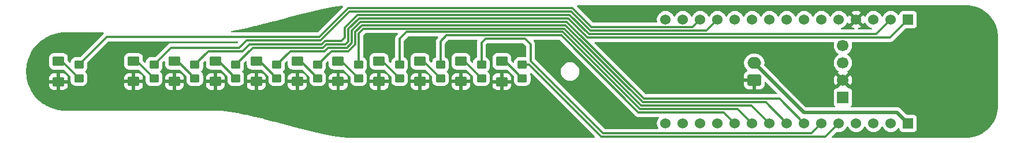
<source format=gbr>
%TF.GenerationSoftware,KiCad,Pcbnew,9.0.1*%
%TF.CreationDate,2025-04-29T17:49:49+02:00*%
%TF.ProjectId,Projet S6,50726f6a-6574-4205-9336-2e6b69636164,rev?*%
%TF.SameCoordinates,Original*%
%TF.FileFunction,Copper,L1,Top*%
%TF.FilePolarity,Positive*%
%FSLAX46Y46*%
G04 Gerber Fmt 4.6, Leading zero omitted, Abs format (unit mm)*
G04 Created by KiCad (PCBNEW 9.0.1) date 2025-04-29 17:49:49*
%MOMM*%
%LPD*%
G01*
G04 APERTURE LIST*
G04 Aperture macros list*
%AMRoundRect*
0 Rectangle with rounded corners*
0 $1 Rounding radius*
0 $2 $3 $4 $5 $6 $7 $8 $9 X,Y pos of 4 corners*
0 Add a 4 corners polygon primitive as box body*
4,1,4,$2,$3,$4,$5,$6,$7,$8,$9,$2,$3,0*
0 Add four circle primitives for the rounded corners*
1,1,$1+$1,$2,$3*
1,1,$1+$1,$4,$5*
1,1,$1+$1,$6,$7*
1,1,$1+$1,$8,$9*
0 Add four rect primitives between the rounded corners*
20,1,$1+$1,$2,$3,$4,$5,0*
20,1,$1+$1,$4,$5,$6,$7,0*
20,1,$1+$1,$6,$7,$8,$9,0*
20,1,$1+$1,$8,$9,$2,$3,0*%
G04 Aperture macros list end*
%TA.AperFunction,ComponentPad*%
%ADD10R,1.530000X1.530000*%
%TD*%
%TA.AperFunction,ComponentPad*%
%ADD11C,1.530000*%
%TD*%
%TA.AperFunction,SMDPad,CuDef*%
%ADD12RoundRect,0.250001X0.624999X-0.462499X0.624999X0.462499X-0.624999X0.462499X-0.624999X-0.462499X0*%
%TD*%
%TA.AperFunction,SMDPad,CuDef*%
%ADD13RoundRect,0.250000X-0.450000X0.350000X-0.450000X-0.350000X0.450000X-0.350000X0.450000X0.350000X0*%
%TD*%
%TA.AperFunction,ComponentPad*%
%ADD14RoundRect,0.250000X0.750000X-0.600000X0.750000X0.600000X-0.750000X0.600000X-0.750000X-0.600000X0*%
%TD*%
%TA.AperFunction,ComponentPad*%
%ADD15O,2.000000X1.700000*%
%TD*%
%TA.AperFunction,ComponentPad*%
%ADD16R,1.700000X1.700000*%
%TD*%
%TA.AperFunction,ComponentPad*%
%ADD17C,1.700000*%
%TD*%
%TA.AperFunction,ViaPad*%
%ADD18C,1.200000*%
%TD*%
%TA.AperFunction,Conductor*%
%ADD19C,0.300000*%
%TD*%
%TA.AperFunction,Conductor*%
%ADD20C,0.200000*%
%TD*%
%TA.AperFunction,Conductor*%
%ADD21C,0.500000*%
%TD*%
G04 APERTURE END LIST*
D10*
%TO.P,Nucleo2,3_1,PA9*%
%TO.N,LED 8*%
X179560000Y-62380000D03*
D11*
%TO.P,Nucleo2,3_2,PA10*%
%TO.N,LED 9*%
X177020000Y-62380000D03*
%TO.P,Nucleo2,3_3,NRST*%
%TO.N,unconnected-(Nucleo2-NRST-Pad3_3)*%
X174480000Y-62380000D03*
%TO.P,Nucleo2,3_4,GND*%
%TO.N,GND*%
X171940000Y-62380000D03*
%TO.P,Nucleo2,3_5,PA12*%
%TO.N,unconnected-(Nucleo2-PA12-Pad3_5)*%
X169400000Y-62380000D03*
%TO.P,Nucleo2,3_6,PB0*%
%TO.N,unconnected-(Nucleo2-PB0-Pad3_6)*%
X166860000Y-62380000D03*
%TO.P,Nucleo2,3_7,PB7*%
%TO.N,unconnected-(Nucleo2-PB7-Pad3_7)*%
X164320000Y-62380000D03*
%TO.P,Nucleo2,3_8,PA15*%
%TO.N,unconnected-(Nucleo2-PA15-Pad3_8)*%
X161780000Y-62380000D03*
%TO.P,Nucleo2,3_9,PB6*%
%TO.N,unconnected-(Nucleo2-PB6-Pad3_9)*%
X159240000Y-62380000D03*
%TO.P,Nucleo2,3_10,PF0*%
%TO.N,unconnected-(Nucleo2-PF0-Pad3_10)*%
X156700000Y-62380000D03*
%TO.P,Nucleo2,3_11,PF1*%
%TO.N,unconnected-(Nucleo2-PF1-Pad3_11)*%
X154160000Y-62380000D03*
%TO.P,Nucleo2,3_12,PA8*%
%TO.N,LED 10*%
X151620000Y-62380000D03*
%TO.P,Nucleo2,3_13,PA11*%
%TO.N,LED 11*%
X149080000Y-62380000D03*
%TO.P,Nucleo2,3_14,PB5*%
%TO.N,unconnected-(Nucleo2-PB5-Pad3_14)*%
X146540000Y-62380000D03*
%TO.P,Nucleo2,3_15,PB4*%
%TO.N,unconnected-(Nucleo2-PB4-Pad3_15)*%
X144000000Y-62380000D03*
D10*
%TO.P,Nucleo2,4_1,VIN*%
%TO.N,+7.5V*%
X179560000Y-77620000D03*
D11*
%TO.P,Nucleo2,4_2,GND*%
%TO.N,unconnected-(Nucleo2-GND-Pad4_2)*%
X177020000Y-77620000D03*
%TO.P,Nucleo2,4_3*%
%TO.N,N/C*%
X174480000Y-77620000D03*
%TO.P,Nucleo2,4_4,+5V*%
%TO.N,unconnected-(Nucleo2-+5V-Pad4_4)*%
X171940000Y-77620000D03*
%TO.P,Nucleo2,4_5,PA2*%
%TO.N,LED 1*%
X169400000Y-77620000D03*
%TO.P,Nucleo2,4_6,PA7*%
%TO.N,LED 2*%
X166860000Y-77620000D03*
%TO.P,Nucleo2,4_7,PA6*%
%TO.N,LED 7*%
X164320000Y-77620000D03*
%TO.P,Nucleo2,4_8,PA5*%
%TO.N,LED 6*%
X161780000Y-77620000D03*
%TO.P,Nucleo2,4_9,PA4*%
%TO.N,LED 5*%
X159240000Y-77620000D03*
%TO.P,Nucleo2,4_10,PA3*%
%TO.N,LED 4*%
X156700000Y-77620000D03*
%TO.P,Nucleo2,4_11,PA1*%
%TO.N,LED 3*%
X154160000Y-77620000D03*
%TO.P,Nucleo2,4_12,PA0*%
%TO.N,DO*%
X151620000Y-77620000D03*
%TO.P,Nucleo2,4_13,AVDD*%
%TO.N,unconnected-(Nucleo2-AVDD-Pad4_13)*%
X149080000Y-77620000D03*
%TO.P,Nucleo2,4_14,+3V3*%
%TO.N,Alim Hall*%
X146540000Y-77620000D03*
%TO.P,Nucleo2,4_15,PB3*%
%TO.N,unconnected-(Nucleo2-PB3-Pad4_15)*%
X144000000Y-77620000D03*
%TD*%
D12*
%TO.P,D2,1,K*%
%TO.N,GND*%
X114000000Y-71475000D03*
%TO.P,D2,2,A*%
%TO.N,Net-(D2-A)*%
X114000000Y-68500000D03*
%TD*%
%TO.P,D4,1,K*%
%TO.N,GND*%
X102000000Y-71475000D03*
%TO.P,D4,2,A*%
%TO.N,Net-(D4-A)*%
X102000000Y-68500000D03*
%TD*%
%TO.P,D10,1,K*%
%TO.N,GND*%
X66000000Y-71475000D03*
%TO.P,D10,2,A*%
%TO.N,Net-(D10-A)*%
X66000000Y-68500000D03*
%TD*%
%TO.P,D7,1,K*%
%TO.N,GND*%
X84000000Y-71475000D03*
%TO.P,D7,2,A*%
%TO.N,Net-(D7-A)*%
X84000000Y-68500000D03*
%TD*%
%TO.P,D8,1,K*%
%TO.N,GND*%
X78000000Y-71475000D03*
%TO.P,D8,2,A*%
%TO.N,Net-(D8-A)*%
X78000000Y-68500000D03*
%TD*%
%TO.P,D1,1,K*%
%TO.N,GND*%
X120000000Y-71487500D03*
%TO.P,D1,2,A*%
%TO.N,Net-(D1-A)*%
X120000000Y-68512500D03*
%TD*%
D13*
%TO.P,R10,1*%
%TO.N,LED 10*%
X69000000Y-69000000D03*
%TO.P,R10,2*%
%TO.N,Net-(D10-A)*%
X69000000Y-71000000D03*
%TD*%
D12*
%TO.P,D3,1,K*%
%TO.N,GND*%
X108000000Y-71475000D03*
%TO.P,D3,2,A*%
%TO.N,Net-(D3-A)*%
X108000000Y-68500000D03*
%TD*%
D13*
%TO.P,R5,1*%
%TO.N,LED 5*%
X99000000Y-69000000D03*
%TO.P,R5,2*%
%TO.N,Net-(D5-A)*%
X99000000Y-71000000D03*
%TD*%
%TO.P,R6,1*%
%TO.N,LED 6*%
X93000000Y-69000000D03*
%TO.P,R6,2*%
%TO.N,Net-(D6-A)*%
X93000000Y-71000000D03*
%TD*%
%TO.P,R1,1*%
%TO.N,LED 1*%
X123000000Y-69000000D03*
%TO.P,R1,2*%
%TO.N,Net-(D1-A)*%
X123000000Y-71000000D03*
%TD*%
%TO.P,R11,1*%
%TO.N,LED 11*%
X58000000Y-69000000D03*
%TO.P,R11,2*%
%TO.N,Net-(D11-A)*%
X58000000Y-71000000D03*
%TD*%
%TO.P,R4,1*%
%TO.N,LED 4*%
X105000000Y-69000000D03*
%TO.P,R4,2*%
%TO.N,Net-(D4-A)*%
X105000000Y-71000000D03*
%TD*%
%TO.P,R9,1*%
%TO.N,LED 9*%
X75000000Y-69000000D03*
%TO.P,R9,2*%
%TO.N,Net-(D9-A)*%
X75000000Y-71000000D03*
%TD*%
%TO.P,R3,1*%
%TO.N,LED 3*%
X111000000Y-68987500D03*
%TO.P,R3,2*%
%TO.N,Net-(D3-A)*%
X111000000Y-70987500D03*
%TD*%
D12*
%TO.P,D9,1,K*%
%TO.N,GND*%
X72000000Y-71475000D03*
%TO.P,D9,2,A*%
%TO.N,Net-(D9-A)*%
X72000000Y-68500000D03*
%TD*%
%TO.P,D11,1,K*%
%TO.N,GND*%
X55000000Y-71487500D03*
%TO.P,D11,2,A*%
%TO.N,Net-(D11-A)*%
X55000000Y-68512500D03*
%TD*%
D13*
%TO.P,R2,1*%
%TO.N,LED 2*%
X117000000Y-69000000D03*
%TO.P,R2,2*%
%TO.N,Net-(D2-A)*%
X117000000Y-71000000D03*
%TD*%
D12*
%TO.P,D6,1,K*%
%TO.N,GND*%
X90000000Y-71475000D03*
%TO.P,D6,2,A*%
%TO.N,Net-(D6-A)*%
X90000000Y-68500000D03*
%TD*%
D13*
%TO.P,R8,1*%
%TO.N,LED 8*%
X81000000Y-69000000D03*
%TO.P,R8,2*%
%TO.N,Net-(D8-A)*%
X81000000Y-71000000D03*
%TD*%
D12*
%TO.P,D5,1,K*%
%TO.N,GND*%
X96000000Y-71475000D03*
%TO.P,D5,2,A*%
%TO.N,Net-(D5-A)*%
X96000000Y-68500000D03*
%TD*%
D13*
%TO.P,R7,1*%
%TO.N,LED 7*%
X87000000Y-68987500D03*
%TO.P,R7,2*%
%TO.N,Net-(D7-A)*%
X87000000Y-70987500D03*
%TD*%
D14*
%TO.P,J101,1,Pin_1*%
%TO.N,GND*%
X157000000Y-71250000D03*
D15*
%TO.P,J101,2,Pin_2*%
%TO.N,+7.5V*%
X157000000Y-68750000D03*
%TD*%
D16*
%TO.P,J3,1,Pin_1*%
%TO.N,unconnected-(J3-Pin_1-Pad1)*%
X170000000Y-73810000D03*
D17*
%TO.P,J3,2,Pin_2*%
%TO.N,GND*%
X170000000Y-71270000D03*
%TO.P,J3,3,Pin_3*%
%TO.N,Alim Hall*%
X170000000Y-68730000D03*
%TO.P,J3,4,Pin_4*%
%TO.N,DO*%
X170000000Y-66190000D03*
%TD*%
D18*
%TO.N,GND*%
X75000000Y-73000000D03*
X51200000Y-70100000D03*
X165500000Y-66900000D03*
X93000000Y-73000000D03*
X141800000Y-61500000D03*
X97400000Y-78900000D03*
X81000000Y-73000000D03*
X58100000Y-73000000D03*
X131900000Y-79100000D03*
X69000000Y-73000000D03*
X56600000Y-64900000D03*
X135400000Y-66500000D03*
X125600000Y-67800000D03*
X179600000Y-75300000D03*
X179800000Y-64800000D03*
X99000000Y-73000000D03*
X105000000Y-73000000D03*
X87100000Y-73000000D03*
X137900000Y-75700000D03*
X91500000Y-63000000D03*
X135600000Y-77700000D03*
X165200000Y-74300000D03*
X170600000Y-79100000D03*
X128200000Y-65900000D03*
X86600000Y-76500000D03*
X117000000Y-73000000D03*
X141800000Y-77500000D03*
X111000000Y-73000000D03*
X124700000Y-71800000D03*
X141600000Y-72400000D03*
X121000000Y-78800000D03*
X108500000Y-78900000D03*
X133000000Y-61000000D03*
X172400000Y-69600000D03*
%TD*%
D19*
%TO.N,LED 10*%
X150002000Y-63998000D02*
X151620000Y-62380000D01*
X130151640Y-61192000D02*
X132957640Y-63998000D01*
X132957640Y-63998000D02*
X150002000Y-63998000D01*
X93437220Y-65437219D02*
X97682439Y-61192000D01*
X97682439Y-61192000D02*
X130151640Y-61192000D01*
X82562781Y-65437219D02*
X93437220Y-65437219D01*
X81500000Y-66500000D02*
X82562781Y-65437219D01*
X71500000Y-66500000D02*
X81500000Y-66500000D01*
X69000000Y-69000000D02*
X71500000Y-66500000D01*
%TO.N,LED 9*%
X174901000Y-64499000D02*
X177020000Y-62380000D01*
X170715992Y-64499000D02*
X174901000Y-64499000D01*
X170704991Y-64488000D02*
X170715992Y-64499000D01*
X169284008Y-64499000D02*
X169295009Y-64488000D01*
X132750120Y-64499000D02*
X169284008Y-64499000D01*
X169295009Y-64488000D02*
X170704991Y-64488000D01*
X129944120Y-61693000D02*
X132750120Y-64499000D01*
X98872918Y-61693000D02*
X129944120Y-61693000D01*
X96503000Y-65497000D02*
X96996000Y-65004000D01*
X93602864Y-65980095D02*
X94085959Y-65497000D01*
X96996000Y-63569918D02*
X98872918Y-61693000D01*
X83019905Y-65980095D02*
X93602864Y-65980095D01*
X82000000Y-67000000D02*
X83019905Y-65980095D01*
X94085959Y-65497000D02*
X96503000Y-65497000D01*
X96996000Y-65004000D02*
X96996000Y-63569918D01*
X77000000Y-67000000D02*
X82000000Y-67000000D01*
X75000000Y-69000000D02*
X77000000Y-67000000D01*
%TO.N,Net-(D1-A)*%
X123000000Y-71000000D02*
X120000000Y-68000000D01*
%TO.N,Net-(D2-A)*%
X117000000Y-71000000D02*
X114000000Y-68000000D01*
%TO.N,Net-(D3-A)*%
X111000000Y-70987500D02*
X108000000Y-67987500D01*
%TO.N,Net-(D4-A)*%
X105000000Y-71000000D02*
X102000000Y-68000000D01*
%TO.N,Net-(D5-A)*%
X99000000Y-71000000D02*
X96000000Y-68000000D01*
%TO.N,Net-(D6-A)*%
X93000000Y-71000000D02*
X90000000Y-68000000D01*
%TO.N,Net-(D7-A)*%
X87000000Y-70987500D02*
X84000000Y-67987500D01*
%TO.N,Net-(D8-A)*%
X81000000Y-71000000D02*
X78000000Y-68000000D01*
%TO.N,Net-(D9-A)*%
X75000000Y-71000000D02*
X72000000Y-68000000D01*
%TO.N,Net-(D10-A)*%
X69000000Y-71000000D02*
X66000000Y-68000000D01*
%TO.N,Net-(D11-A)*%
X58000000Y-71000000D02*
X55000000Y-68000000D01*
%TO.N,LED 1*%
X169400000Y-77620000D02*
X167421026Y-79598974D01*
X167421026Y-79598974D02*
X142000000Y-79598985D01*
X134598985Y-79598985D02*
X124000000Y-69000000D01*
X142000000Y-79598985D02*
X134598985Y-79598985D01*
X124000000Y-69000000D02*
X123000000Y-69000000D01*
%TO.N,LED 2*%
X124200000Y-66000000D02*
X123400000Y-65200000D01*
X124200000Y-68491480D02*
X124200000Y-66000000D01*
X166860000Y-77620000D02*
X165382025Y-79097975D01*
X143000000Y-79097984D02*
X134806504Y-79097984D01*
X123400000Y-65200000D02*
X117600000Y-65200000D01*
X117600000Y-65200000D02*
X117000000Y-65800000D01*
X165382025Y-79097975D02*
X143000000Y-79097984D01*
X134806504Y-79097984D02*
X124200000Y-68491480D01*
X117000000Y-65800000D02*
X117000000Y-69000000D01*
%TO.N,LED 3*%
X111000000Y-65600000D02*
X111000000Y-68987500D01*
X152540000Y-76000000D02*
X140000000Y-76000000D01*
X140000000Y-76000000D02*
X128699000Y-64699000D01*
X154160000Y-77620000D02*
X152540000Y-76000000D01*
X128699000Y-64699000D02*
X111901000Y-64699000D01*
X111901000Y-64699000D02*
X111000000Y-65600000D01*
%TO.N,LED 4*%
X106002000Y-64198000D02*
X105000000Y-65200000D01*
X128906520Y-64198000D02*
X106002000Y-64198000D01*
X105000000Y-65200000D02*
X105000000Y-69000000D01*
X140207520Y-75499000D02*
X128906520Y-64198000D01*
X154579000Y-75499000D02*
X140207520Y-75499000D01*
X156700000Y-77620000D02*
X154579000Y-75499000D01*
%TO.N,LED 5*%
X99000000Y-64400000D02*
X99000000Y-69000000D01*
X156618000Y-74998000D02*
X140415040Y-74998000D01*
X140415040Y-74998000D02*
X129114040Y-63697000D01*
X129114040Y-63697000D02*
X99703000Y-63697000D01*
X99703000Y-63697000D02*
X99000000Y-64400000D01*
X159240000Y-77620000D02*
X156618000Y-74998000D01*
%TO.N,LED 6*%
X158657000Y-74497000D02*
X161780000Y-77620000D01*
X98499000Y-64192480D02*
X99495479Y-63196000D01*
X93000000Y-69000000D02*
X95000000Y-67000000D01*
X129321560Y-63196000D02*
X140622560Y-74497000D01*
X99495479Y-63196000D02*
X129321560Y-63196000D01*
X140622560Y-74497000D02*
X158657000Y-74497000D01*
X98499000Y-66001000D02*
X98499000Y-64192480D01*
X97500000Y-67000000D02*
X98499000Y-66001000D01*
X95000000Y-67000000D02*
X97500000Y-67000000D01*
%TO.N,LED 7*%
X160696000Y-73996000D02*
X140830080Y-73996000D01*
X97292480Y-66499000D02*
X94501000Y-66499000D01*
X140830080Y-73996000D02*
X129529080Y-62695000D01*
X97998000Y-63984960D02*
X97998000Y-65793480D01*
X164320000Y-77620000D02*
X160696000Y-73996000D01*
X88987500Y-67000000D02*
X87000000Y-68987500D01*
X129529080Y-62695000D02*
X99287957Y-62695000D01*
X97998000Y-65793480D02*
X97292480Y-66499000D01*
X99287957Y-62695000D02*
X97998000Y-63984960D01*
X94000000Y-67000000D02*
X88987500Y-67000000D01*
X94501000Y-66499000D02*
X94000000Y-67000000D01*
%TO.N,LED 8*%
X97084960Y-65998000D02*
X97497000Y-65585960D01*
X132542600Y-65000000D02*
X169491528Y-65000000D01*
X94293480Y-65998000D02*
X97084960Y-65998000D01*
X176940000Y-65000000D02*
X179560000Y-62380000D01*
X93791480Y-66500000D02*
X94145739Y-66145740D01*
X169502529Y-64989000D02*
X170497471Y-64989000D01*
X170508472Y-65000001D02*
X176940000Y-65000000D01*
X81000000Y-69000000D02*
X83500000Y-66500000D01*
X129736600Y-62194000D02*
X132542600Y-65000000D01*
X97497000Y-65585960D02*
X97497000Y-63777439D01*
X94145739Y-66145740D02*
X94293480Y-65998000D01*
D20*
X169491528Y-65000000D02*
X169502529Y-64989000D01*
X170497471Y-64989000D02*
X170508472Y-65000001D01*
D19*
X99080439Y-62194000D02*
X129736600Y-62194000D01*
X97497000Y-63777439D02*
X99080439Y-62194000D01*
X83500000Y-66500000D02*
X93791480Y-66500000D01*
%TO.N,LED 11*%
X93229700Y-64936219D02*
X97474919Y-60691000D01*
X97474919Y-60691000D02*
X130359160Y-60691000D01*
X130359160Y-60691000D02*
X133164160Y-63496000D01*
X133164160Y-63496000D02*
X147964000Y-63496000D01*
X58000000Y-69000000D02*
X62063781Y-64936219D01*
X62063781Y-64936219D02*
X93229700Y-64936219D01*
X147964000Y-63496000D02*
X149080000Y-62380000D01*
D21*
%TO.N,+7.5V*%
X157000000Y-68750000D02*
X164250000Y-76000000D01*
X177940000Y-76000000D02*
X179560000Y-77620000D01*
X164250000Y-76000000D02*
X177940000Y-76000000D01*
%TD*%
%TA.AperFunction,Conductor*%
%TO.N,GND*%
G36*
X61597231Y-64270185D02*
G01*
X61642986Y-64322989D01*
X61652930Y-64392147D01*
X61623905Y-64455703D01*
X61617873Y-64462181D01*
X58216871Y-67863181D01*
X58155548Y-67896666D01*
X58129190Y-67899500D01*
X57499998Y-67899500D01*
X57499980Y-67899501D01*
X57397203Y-67910000D01*
X57397200Y-67910001D01*
X57230668Y-67965185D01*
X57230663Y-67965187D01*
X57081342Y-68057289D01*
X56957289Y-68181342D01*
X56865187Y-68330663D01*
X56865186Y-68330666D01*
X56811768Y-68491873D01*
X56810001Y-68497204D01*
X56810000Y-68497205D01*
X56800107Y-68594044D01*
X56773710Y-68658736D01*
X56716529Y-68698887D01*
X56646718Y-68701750D01*
X56589068Y-68669122D01*
X56411819Y-68491873D01*
X56378334Y-68430550D01*
X56375500Y-68404192D01*
X56375500Y-67999997D01*
X56375499Y-67999984D01*
X56374223Y-67987497D01*
X56364999Y-67897203D01*
X56309814Y-67730666D01*
X56303167Y-67719890D01*
X56217713Y-67581348D01*
X56217710Y-67581344D01*
X56093655Y-67457289D01*
X56093651Y-67457286D01*
X55944337Y-67365187D01*
X55944335Y-67365186D01*
X55832386Y-67328090D01*
X55777797Y-67310001D01*
X55777795Y-67310000D01*
X55675015Y-67299500D01*
X55675008Y-67299500D01*
X54324992Y-67299500D01*
X54324984Y-67299500D01*
X54222204Y-67310000D01*
X54222203Y-67310001D01*
X54055664Y-67365186D01*
X54055662Y-67365187D01*
X53906348Y-67457286D01*
X53906344Y-67457289D01*
X53782289Y-67581344D01*
X53782286Y-67581348D01*
X53690187Y-67730662D01*
X53690186Y-67730664D01*
X53635001Y-67897203D01*
X53635000Y-67897204D01*
X53624500Y-67999984D01*
X53624500Y-69025015D01*
X53635000Y-69127795D01*
X53635001Y-69127796D01*
X53690186Y-69294335D01*
X53690187Y-69294337D01*
X53782286Y-69443651D01*
X53782289Y-69443655D01*
X53906344Y-69567710D01*
X53906348Y-69567713D01*
X54055662Y-69659812D01*
X54055664Y-69659813D01*
X54055666Y-69659814D01*
X54222203Y-69714999D01*
X54324992Y-69725500D01*
X54324997Y-69725500D01*
X55675003Y-69725500D01*
X55675008Y-69725500D01*
X55734835Y-69719388D01*
X55803528Y-69732157D01*
X55835119Y-69755065D01*
X56763181Y-70683127D01*
X56796666Y-70744450D01*
X56799500Y-70770808D01*
X56799500Y-71400001D01*
X56799501Y-71400019D01*
X56810000Y-71502796D01*
X56810001Y-71502799D01*
X56857830Y-71647134D01*
X56865186Y-71669334D01*
X56957288Y-71818656D01*
X57081344Y-71942712D01*
X57230666Y-72034814D01*
X57397203Y-72089999D01*
X57499991Y-72100500D01*
X58500008Y-72100499D01*
X58500016Y-72100498D01*
X58500019Y-72100498D01*
X58600868Y-72090196D01*
X58602797Y-72089999D01*
X58769334Y-72034814D01*
X58846067Y-71987485D01*
X64625000Y-71987485D01*
X64635493Y-72090189D01*
X64635494Y-72090196D01*
X64690641Y-72256618D01*
X64690643Y-72256623D01*
X64782684Y-72405844D01*
X64906655Y-72529815D01*
X65055876Y-72621856D01*
X65055881Y-72621858D01*
X65222303Y-72677005D01*
X65222310Y-72677006D01*
X65325014Y-72687499D01*
X65325027Y-72687500D01*
X65750000Y-72687500D01*
X66250000Y-72687500D01*
X66674973Y-72687500D01*
X66674985Y-72687499D01*
X66777689Y-72677006D01*
X66777696Y-72677005D01*
X66944118Y-72621858D01*
X66944123Y-72621856D01*
X67093344Y-72529815D01*
X67217315Y-72405844D01*
X67309356Y-72256623D01*
X67309358Y-72256618D01*
X67364505Y-72090196D01*
X67364506Y-72090189D01*
X67374999Y-71987485D01*
X67375000Y-71987472D01*
X67375000Y-71725000D01*
X66250000Y-71725000D01*
X66250000Y-72687500D01*
X65750000Y-72687500D01*
X65750000Y-71725000D01*
X64625000Y-71725000D01*
X64625000Y-71987485D01*
X58846067Y-71987485D01*
X58918656Y-71942712D01*
X59042712Y-71818656D01*
X59134814Y-71669334D01*
X59189999Y-71502797D01*
X59200500Y-71400009D01*
X59200499Y-70962514D01*
X64625000Y-70962514D01*
X64625000Y-71225000D01*
X65750000Y-71225000D01*
X66250000Y-71225000D01*
X67375000Y-71225000D01*
X67375000Y-70962527D01*
X67374999Y-70962514D01*
X67364506Y-70859810D01*
X67364505Y-70859803D01*
X67309358Y-70693381D01*
X67309356Y-70693376D01*
X67217315Y-70544155D01*
X67093344Y-70420184D01*
X66944123Y-70328143D01*
X66944118Y-70328141D01*
X66777696Y-70272994D01*
X66777689Y-70272993D01*
X66674985Y-70262500D01*
X66250000Y-70262500D01*
X66250000Y-71225000D01*
X65750000Y-71225000D01*
X65750000Y-70262500D01*
X65325014Y-70262500D01*
X65222310Y-70272993D01*
X65222303Y-70272994D01*
X65055881Y-70328141D01*
X65055876Y-70328143D01*
X64906655Y-70420184D01*
X64782684Y-70544155D01*
X64690643Y-70693376D01*
X64690641Y-70693381D01*
X64635494Y-70859803D01*
X64635493Y-70859810D01*
X64625000Y-70962514D01*
X59200499Y-70962514D01*
X59200499Y-70599992D01*
X59189999Y-70497203D01*
X59134814Y-70330666D01*
X59042712Y-70181344D01*
X58949049Y-70087681D01*
X58915564Y-70026358D01*
X58920548Y-69956666D01*
X58949049Y-69912319D01*
X58976320Y-69885048D01*
X59042712Y-69818656D01*
X59134814Y-69669334D01*
X59189999Y-69502797D01*
X59200500Y-69400009D01*
X59200499Y-68770806D01*
X59220183Y-68703768D01*
X59236813Y-68683131D01*
X62296907Y-65623038D01*
X62358230Y-65589553D01*
X62384588Y-65586719D01*
X81193973Y-65586719D01*
X81215218Y-65592957D01*
X81237307Y-65594537D01*
X81248090Y-65602609D01*
X81261012Y-65606404D01*
X81275511Y-65623137D01*
X81293240Y-65636409D01*
X81297947Y-65649029D01*
X81306767Y-65659208D01*
X81309918Y-65681125D01*
X81317657Y-65701873D01*
X81314794Y-65715033D01*
X81316711Y-65728366D01*
X81307511Y-65748509D01*
X81302805Y-65770146D01*
X81289536Y-65787871D01*
X81287686Y-65791922D01*
X81281654Y-65798400D01*
X81266873Y-65813181D01*
X81205550Y-65846666D01*
X81179192Y-65849500D01*
X71435929Y-65849500D01*
X71315283Y-65873499D01*
X71315278Y-65873500D01*
X71310258Y-65874498D01*
X71310257Y-65874498D01*
X71191874Y-65923534D01*
X71085326Y-65994726D01*
X69216871Y-67863181D01*
X69155548Y-67896666D01*
X69129190Y-67899500D01*
X68499998Y-67899500D01*
X68499980Y-67899501D01*
X68397203Y-67910000D01*
X68397200Y-67910001D01*
X68230668Y-67965185D01*
X68230663Y-67965187D01*
X68081342Y-68057289D01*
X67957289Y-68181342D01*
X67865187Y-68330663D01*
X67865186Y-68330666D01*
X67811768Y-68491873D01*
X67810001Y-68497204D01*
X67810000Y-68497205D01*
X67800107Y-68594044D01*
X67773710Y-68658736D01*
X67716529Y-68698887D01*
X67646718Y-68701750D01*
X67589068Y-68669122D01*
X67411819Y-68491873D01*
X67378334Y-68430550D01*
X67375500Y-68404192D01*
X67375500Y-67987497D01*
X67375499Y-67987484D01*
X67372075Y-67953972D01*
X67364999Y-67884703D01*
X67309814Y-67718166D01*
X67306510Y-67712810D01*
X67217712Y-67568846D01*
X67093655Y-67444789D01*
X67093651Y-67444786D01*
X66944337Y-67352687D01*
X66944335Y-67352686D01*
X66815516Y-67310000D01*
X66777797Y-67297501D01*
X66777795Y-67297500D01*
X66675015Y-67287000D01*
X66675008Y-67287000D01*
X65324992Y-67287000D01*
X65324984Y-67287000D01*
X65222204Y-67297500D01*
X65222203Y-67297501D01*
X65055664Y-67352686D01*
X65055662Y-67352687D01*
X64906348Y-67444786D01*
X64906344Y-67444789D01*
X64782289Y-67568844D01*
X64782288Y-67568846D01*
X64690187Y-67718162D01*
X64690186Y-67718164D01*
X64635001Y-67884703D01*
X64635000Y-67884704D01*
X64624500Y-67987484D01*
X64624500Y-69012515D01*
X64635000Y-69115295D01*
X64635001Y-69115297D01*
X64639143Y-69127796D01*
X64690186Y-69281835D01*
X64690187Y-69281837D01*
X64782286Y-69431151D01*
X64782289Y-69431155D01*
X64906344Y-69555210D01*
X64906348Y-69555213D01*
X65055662Y-69647312D01*
X65055664Y-69647313D01*
X65055666Y-69647314D01*
X65222203Y-69702499D01*
X65324992Y-69713000D01*
X65324997Y-69713000D01*
X66675003Y-69713000D01*
X66675008Y-69713000D01*
X66723494Y-69708046D01*
X66792185Y-69720814D01*
X66823777Y-69743723D01*
X67763181Y-70683127D01*
X67796666Y-70744450D01*
X67799500Y-70770808D01*
X67799500Y-71400001D01*
X67799501Y-71400019D01*
X67810000Y-71502796D01*
X67810001Y-71502799D01*
X67857830Y-71647134D01*
X67865186Y-71669334D01*
X67957288Y-71818656D01*
X68081344Y-71942712D01*
X68230666Y-72034814D01*
X68397203Y-72089999D01*
X68499991Y-72100500D01*
X69500008Y-72100499D01*
X69500016Y-72100498D01*
X69500019Y-72100498D01*
X69600868Y-72090196D01*
X69602797Y-72089999D01*
X69769334Y-72034814D01*
X69846067Y-71987485D01*
X70625000Y-71987485D01*
X70635493Y-72090189D01*
X70635494Y-72090196D01*
X70690641Y-72256618D01*
X70690643Y-72256623D01*
X70782684Y-72405844D01*
X70906655Y-72529815D01*
X71055876Y-72621856D01*
X71055881Y-72621858D01*
X71222303Y-72677005D01*
X71222310Y-72677006D01*
X71325014Y-72687499D01*
X71325027Y-72687500D01*
X71750000Y-72687500D01*
X72250000Y-72687500D01*
X72674973Y-72687500D01*
X72674985Y-72687499D01*
X72777689Y-72677006D01*
X72777696Y-72677005D01*
X72944118Y-72621858D01*
X72944123Y-72621856D01*
X73093344Y-72529815D01*
X73217315Y-72405844D01*
X73309356Y-72256623D01*
X73309358Y-72256618D01*
X73364505Y-72090196D01*
X73364506Y-72090189D01*
X73374999Y-71987485D01*
X73375000Y-71987472D01*
X73375000Y-71725000D01*
X72250000Y-71725000D01*
X72250000Y-72687500D01*
X71750000Y-72687500D01*
X71750000Y-71725000D01*
X70625000Y-71725000D01*
X70625000Y-71987485D01*
X69846067Y-71987485D01*
X69918656Y-71942712D01*
X70042712Y-71818656D01*
X70134814Y-71669334D01*
X70189999Y-71502797D01*
X70200500Y-71400009D01*
X70200499Y-70962514D01*
X70625000Y-70962514D01*
X70625000Y-71225000D01*
X71750000Y-71225000D01*
X72250000Y-71225000D01*
X73375000Y-71225000D01*
X73375000Y-70962527D01*
X73374999Y-70962514D01*
X73364506Y-70859810D01*
X73364505Y-70859803D01*
X73309358Y-70693381D01*
X73309356Y-70693376D01*
X73217315Y-70544155D01*
X73093344Y-70420184D01*
X72944123Y-70328143D01*
X72944118Y-70328141D01*
X72777696Y-70272994D01*
X72777689Y-70272993D01*
X72674985Y-70262500D01*
X72250000Y-70262500D01*
X72250000Y-71225000D01*
X71750000Y-71225000D01*
X71750000Y-70262500D01*
X71325014Y-70262500D01*
X71222310Y-70272993D01*
X71222303Y-70272994D01*
X71055881Y-70328141D01*
X71055876Y-70328143D01*
X70906655Y-70420184D01*
X70782684Y-70544155D01*
X70690643Y-70693376D01*
X70690641Y-70693381D01*
X70635494Y-70859803D01*
X70635493Y-70859810D01*
X70625000Y-70962514D01*
X70200499Y-70962514D01*
X70200499Y-70599992D01*
X70189999Y-70497203D01*
X70134814Y-70330666D01*
X70042712Y-70181344D01*
X69949049Y-70087681D01*
X69915564Y-70026358D01*
X69920548Y-69956666D01*
X69949049Y-69912319D01*
X69976320Y-69885048D01*
X70042712Y-69818656D01*
X70134814Y-69669334D01*
X70189999Y-69502797D01*
X70200500Y-69400009D01*
X70200499Y-68770807D01*
X70209145Y-68741361D01*
X70215667Y-68711381D01*
X70219419Y-68706367D01*
X70220183Y-68703769D01*
X70236818Y-68683127D01*
X70411948Y-68507997D01*
X70412820Y-68507125D01*
X70474142Y-68473641D01*
X70543834Y-68478625D01*
X70599767Y-68520497D01*
X70624184Y-68585961D01*
X70624500Y-68594807D01*
X70624500Y-69012515D01*
X70635000Y-69115295D01*
X70635001Y-69115297D01*
X70639143Y-69127796D01*
X70690186Y-69281835D01*
X70690187Y-69281837D01*
X70782286Y-69431151D01*
X70782289Y-69431155D01*
X70906344Y-69555210D01*
X70906348Y-69555213D01*
X71055662Y-69647312D01*
X71055664Y-69647313D01*
X71055666Y-69647314D01*
X71222203Y-69702499D01*
X71324992Y-69713000D01*
X71324997Y-69713000D01*
X72675003Y-69713000D01*
X72675008Y-69713000D01*
X72723494Y-69708046D01*
X72792185Y-69720814D01*
X72823777Y-69743723D01*
X73763181Y-70683127D01*
X73796666Y-70744450D01*
X73799500Y-70770808D01*
X73799500Y-71400001D01*
X73799501Y-71400019D01*
X73810000Y-71502796D01*
X73810001Y-71502799D01*
X73857830Y-71647134D01*
X73865186Y-71669334D01*
X73957288Y-71818656D01*
X74081344Y-71942712D01*
X74230666Y-72034814D01*
X74397203Y-72089999D01*
X74499991Y-72100500D01*
X75500008Y-72100499D01*
X75500016Y-72100498D01*
X75500019Y-72100498D01*
X75600868Y-72090196D01*
X75602797Y-72089999D01*
X75769334Y-72034814D01*
X75846067Y-71987485D01*
X76625000Y-71987485D01*
X76635493Y-72090189D01*
X76635494Y-72090196D01*
X76690641Y-72256618D01*
X76690643Y-72256623D01*
X76782684Y-72405844D01*
X76906655Y-72529815D01*
X77055876Y-72621856D01*
X77055881Y-72621858D01*
X77222303Y-72677005D01*
X77222310Y-72677006D01*
X77325014Y-72687499D01*
X77325027Y-72687500D01*
X77750000Y-72687500D01*
X78250000Y-72687500D01*
X78674973Y-72687500D01*
X78674985Y-72687499D01*
X78777689Y-72677006D01*
X78777696Y-72677005D01*
X78944118Y-72621858D01*
X78944123Y-72621856D01*
X79093344Y-72529815D01*
X79217315Y-72405844D01*
X79309356Y-72256623D01*
X79309358Y-72256618D01*
X79364505Y-72090196D01*
X79364506Y-72090189D01*
X79374999Y-71987485D01*
X79375000Y-71987472D01*
X79375000Y-71725000D01*
X78250000Y-71725000D01*
X78250000Y-72687500D01*
X77750000Y-72687500D01*
X77750000Y-71725000D01*
X76625000Y-71725000D01*
X76625000Y-71987485D01*
X75846067Y-71987485D01*
X75918656Y-71942712D01*
X76042712Y-71818656D01*
X76134814Y-71669334D01*
X76189999Y-71502797D01*
X76200500Y-71400009D01*
X76200499Y-70962514D01*
X76625000Y-70962514D01*
X76625000Y-71225000D01*
X77750000Y-71225000D01*
X78250000Y-71225000D01*
X79375000Y-71225000D01*
X79375000Y-70962527D01*
X79374999Y-70962514D01*
X79364506Y-70859810D01*
X79364505Y-70859803D01*
X79309358Y-70693381D01*
X79309356Y-70693376D01*
X79217315Y-70544155D01*
X79093344Y-70420184D01*
X78944123Y-70328143D01*
X78944118Y-70328141D01*
X78777696Y-70272994D01*
X78777689Y-70272993D01*
X78674985Y-70262500D01*
X78250000Y-70262500D01*
X78250000Y-71225000D01*
X77750000Y-71225000D01*
X77750000Y-70262500D01*
X77325014Y-70262500D01*
X77222310Y-70272993D01*
X77222303Y-70272994D01*
X77055881Y-70328141D01*
X77055876Y-70328143D01*
X76906655Y-70420184D01*
X76782684Y-70544155D01*
X76690643Y-70693376D01*
X76690641Y-70693381D01*
X76635494Y-70859803D01*
X76635493Y-70859810D01*
X76625000Y-70962514D01*
X76200499Y-70962514D01*
X76200499Y-70599992D01*
X76189999Y-70497203D01*
X76134814Y-70330666D01*
X76042712Y-70181344D01*
X75949049Y-70087681D01*
X75915564Y-70026358D01*
X75920548Y-69956666D01*
X75949049Y-69912319D01*
X75976320Y-69885048D01*
X76042712Y-69818656D01*
X76134814Y-69669334D01*
X76189999Y-69502797D01*
X76200500Y-69400009D01*
X76200499Y-68770806D01*
X76209145Y-68741360D01*
X76215667Y-68711380D01*
X76219419Y-68706366D01*
X76220183Y-68703768D01*
X76236813Y-68683131D01*
X76412819Y-68507126D01*
X76474142Y-68473641D01*
X76543834Y-68478625D01*
X76599767Y-68520497D01*
X76624184Y-68585961D01*
X76624500Y-68594807D01*
X76624500Y-69012515D01*
X76635000Y-69115295D01*
X76635001Y-69115297D01*
X76639143Y-69127796D01*
X76690186Y-69281835D01*
X76690187Y-69281837D01*
X76782286Y-69431151D01*
X76782289Y-69431155D01*
X76906344Y-69555210D01*
X76906348Y-69555213D01*
X77055662Y-69647312D01*
X77055664Y-69647313D01*
X77055666Y-69647314D01*
X77222203Y-69702499D01*
X77324992Y-69713000D01*
X77324997Y-69713000D01*
X78675003Y-69713000D01*
X78675008Y-69713000D01*
X78723494Y-69708046D01*
X78792185Y-69720814D01*
X78823777Y-69743723D01*
X79763181Y-70683127D01*
X79796666Y-70744450D01*
X79799500Y-70770808D01*
X79799500Y-71400001D01*
X79799501Y-71400019D01*
X79810000Y-71502796D01*
X79810001Y-71502799D01*
X79857830Y-71647134D01*
X79865186Y-71669334D01*
X79957288Y-71818656D01*
X80081344Y-71942712D01*
X80230666Y-72034814D01*
X80397203Y-72089999D01*
X80499991Y-72100500D01*
X81500008Y-72100499D01*
X81500016Y-72100498D01*
X81500019Y-72100498D01*
X81600868Y-72090196D01*
X81602797Y-72089999D01*
X81769334Y-72034814D01*
X81846067Y-71987485D01*
X82625000Y-71987485D01*
X82635493Y-72090189D01*
X82635494Y-72090196D01*
X82690641Y-72256618D01*
X82690643Y-72256623D01*
X82782684Y-72405844D01*
X82906655Y-72529815D01*
X83055876Y-72621856D01*
X83055881Y-72621858D01*
X83222303Y-72677005D01*
X83222310Y-72677006D01*
X83325014Y-72687499D01*
X83325027Y-72687500D01*
X83750000Y-72687500D01*
X84250000Y-72687500D01*
X84674973Y-72687500D01*
X84674985Y-72687499D01*
X84777689Y-72677006D01*
X84777696Y-72677005D01*
X84944118Y-72621858D01*
X84944123Y-72621856D01*
X85093344Y-72529815D01*
X85217315Y-72405844D01*
X85309356Y-72256623D01*
X85309358Y-72256618D01*
X85364505Y-72090196D01*
X85364506Y-72090189D01*
X85374999Y-71987485D01*
X85375000Y-71987472D01*
X85375000Y-71725000D01*
X84250000Y-71725000D01*
X84250000Y-72687500D01*
X83750000Y-72687500D01*
X83750000Y-71725000D01*
X82625000Y-71725000D01*
X82625000Y-71987485D01*
X81846067Y-71987485D01*
X81918656Y-71942712D01*
X82042712Y-71818656D01*
X82134814Y-71669334D01*
X82189999Y-71502797D01*
X82200500Y-71400009D01*
X82200499Y-70962514D01*
X82625000Y-70962514D01*
X82625000Y-71225000D01*
X83750000Y-71225000D01*
X84250000Y-71225000D01*
X85375000Y-71225000D01*
X85375000Y-70962527D01*
X85374999Y-70962514D01*
X85364506Y-70859810D01*
X85364505Y-70859803D01*
X85309358Y-70693381D01*
X85309356Y-70693376D01*
X85217315Y-70544155D01*
X85093344Y-70420184D01*
X84944123Y-70328143D01*
X84944118Y-70328141D01*
X84777696Y-70272994D01*
X84777689Y-70272993D01*
X84674985Y-70262500D01*
X84250000Y-70262500D01*
X84250000Y-71225000D01*
X83750000Y-71225000D01*
X83750000Y-70262500D01*
X83325014Y-70262500D01*
X83222310Y-70272993D01*
X83222303Y-70272994D01*
X83055881Y-70328141D01*
X83055876Y-70328143D01*
X82906655Y-70420184D01*
X82782684Y-70544155D01*
X82690643Y-70693376D01*
X82690641Y-70693381D01*
X82635494Y-70859803D01*
X82635493Y-70859810D01*
X82625000Y-70962514D01*
X82200499Y-70962514D01*
X82200499Y-70599992D01*
X82189999Y-70497203D01*
X82134814Y-70330666D01*
X82042712Y-70181344D01*
X81949049Y-70087681D01*
X81915564Y-70026358D01*
X81920548Y-69956666D01*
X81949049Y-69912319D01*
X81976320Y-69885048D01*
X82042712Y-69818656D01*
X82134814Y-69669334D01*
X82189999Y-69502797D01*
X82200500Y-69400009D01*
X82200499Y-68770807D01*
X82209145Y-68741361D01*
X82215667Y-68711381D01*
X82219419Y-68706367D01*
X82220183Y-68703769D01*
X82236818Y-68683127D01*
X82411948Y-68507997D01*
X82412820Y-68507125D01*
X82474142Y-68473641D01*
X82543834Y-68478625D01*
X82599767Y-68520497D01*
X82624184Y-68585961D01*
X82624500Y-68594807D01*
X82624500Y-69012515D01*
X82635000Y-69115295D01*
X82635001Y-69115297D01*
X82639143Y-69127796D01*
X82690186Y-69281835D01*
X82690187Y-69281837D01*
X82782286Y-69431151D01*
X82782289Y-69431155D01*
X82906344Y-69555210D01*
X82906348Y-69555213D01*
X83055662Y-69647312D01*
X83055664Y-69647313D01*
X83055666Y-69647314D01*
X83222203Y-69702499D01*
X83324992Y-69713000D01*
X83324997Y-69713000D01*
X84675003Y-69713000D01*
X84675008Y-69713000D01*
X84734835Y-69706888D01*
X84803528Y-69719657D01*
X84835119Y-69742565D01*
X85763181Y-70670627D01*
X85796666Y-70731950D01*
X85799500Y-70758308D01*
X85799500Y-71387501D01*
X85799501Y-71387519D01*
X85810000Y-71490296D01*
X85810001Y-71490299D01*
X85846224Y-71599611D01*
X85865186Y-71656834D01*
X85957288Y-71806156D01*
X86081344Y-71930212D01*
X86230666Y-72022314D01*
X86397203Y-72077499D01*
X86499991Y-72088000D01*
X87500008Y-72087999D01*
X87500016Y-72087998D01*
X87500019Y-72087998D01*
X87556302Y-72082248D01*
X87602797Y-72077499D01*
X87769334Y-72022314D01*
X87825801Y-71987485D01*
X88625000Y-71987485D01*
X88635493Y-72090189D01*
X88635494Y-72090196D01*
X88690641Y-72256618D01*
X88690643Y-72256623D01*
X88782684Y-72405844D01*
X88906655Y-72529815D01*
X89055876Y-72621856D01*
X89055881Y-72621858D01*
X89222303Y-72677005D01*
X89222310Y-72677006D01*
X89325014Y-72687499D01*
X89325027Y-72687500D01*
X89750000Y-72687500D01*
X90250000Y-72687500D01*
X90674973Y-72687500D01*
X90674985Y-72687499D01*
X90777689Y-72677006D01*
X90777696Y-72677005D01*
X90944118Y-72621858D01*
X90944123Y-72621856D01*
X91093344Y-72529815D01*
X91217315Y-72405844D01*
X91309356Y-72256623D01*
X91309358Y-72256618D01*
X91364505Y-72090196D01*
X91364506Y-72090189D01*
X91374999Y-71987485D01*
X91375000Y-71987472D01*
X91375000Y-71725000D01*
X90250000Y-71725000D01*
X90250000Y-72687500D01*
X89750000Y-72687500D01*
X89750000Y-71725000D01*
X88625000Y-71725000D01*
X88625000Y-71987485D01*
X87825801Y-71987485D01*
X87918656Y-71930212D01*
X88042712Y-71806156D01*
X88134814Y-71656834D01*
X88189999Y-71490297D01*
X88200500Y-71387509D01*
X88200499Y-70962514D01*
X88625000Y-70962514D01*
X88625000Y-71225000D01*
X89750000Y-71225000D01*
X90250000Y-71225000D01*
X91375000Y-71225000D01*
X91375000Y-70962527D01*
X91374999Y-70962514D01*
X91364506Y-70859810D01*
X91364505Y-70859803D01*
X91309358Y-70693381D01*
X91309356Y-70693376D01*
X91217315Y-70544155D01*
X91093344Y-70420184D01*
X90944123Y-70328143D01*
X90944118Y-70328141D01*
X90777696Y-70272994D01*
X90777689Y-70272993D01*
X90674985Y-70262500D01*
X90250000Y-70262500D01*
X90250000Y-71225000D01*
X89750000Y-71225000D01*
X89750000Y-70262500D01*
X89325014Y-70262500D01*
X89222310Y-70272993D01*
X89222303Y-70272994D01*
X89055881Y-70328141D01*
X89055876Y-70328143D01*
X88906655Y-70420184D01*
X88782684Y-70544155D01*
X88690643Y-70693376D01*
X88690641Y-70693381D01*
X88635494Y-70859803D01*
X88635493Y-70859810D01*
X88625000Y-70962514D01*
X88200499Y-70962514D01*
X88200499Y-70587492D01*
X88189999Y-70484703D01*
X88134814Y-70318166D01*
X88042712Y-70168844D01*
X87949049Y-70075181D01*
X87915564Y-70013858D01*
X87920548Y-69944166D01*
X87949049Y-69899819D01*
X87963820Y-69885048D01*
X88042712Y-69806156D01*
X88134814Y-69656834D01*
X88189999Y-69490297D01*
X88200500Y-69387509D01*
X88200499Y-68758307D01*
X88209145Y-68728861D01*
X88215667Y-68698881D01*
X88219419Y-68693867D01*
X88220183Y-68691269D01*
X88236818Y-68670627D01*
X88410245Y-68497200D01*
X88412820Y-68494625D01*
X88474142Y-68461141D01*
X88543834Y-68466125D01*
X88599767Y-68507997D01*
X88624184Y-68573461D01*
X88624500Y-68582307D01*
X88624500Y-69012515D01*
X88635000Y-69115295D01*
X88635001Y-69115297D01*
X88639143Y-69127796D01*
X88690186Y-69281835D01*
X88690187Y-69281837D01*
X88782286Y-69431151D01*
X88782289Y-69431155D01*
X88906344Y-69555210D01*
X88906348Y-69555213D01*
X89055662Y-69647312D01*
X89055664Y-69647313D01*
X89055666Y-69647314D01*
X89222203Y-69702499D01*
X89324992Y-69713000D01*
X89324997Y-69713000D01*
X90675003Y-69713000D01*
X90675008Y-69713000D01*
X90723494Y-69708046D01*
X90792185Y-69720814D01*
X90823777Y-69743723D01*
X91763181Y-70683127D01*
X91796666Y-70744450D01*
X91799500Y-70770808D01*
X91799500Y-71400001D01*
X91799501Y-71400019D01*
X91810000Y-71502796D01*
X91810001Y-71502799D01*
X91857830Y-71647134D01*
X91865186Y-71669334D01*
X91957288Y-71818656D01*
X92081344Y-71942712D01*
X92230666Y-72034814D01*
X92397203Y-72089999D01*
X92499991Y-72100500D01*
X93500008Y-72100499D01*
X93500016Y-72100498D01*
X93500019Y-72100498D01*
X93600868Y-72090196D01*
X93602797Y-72089999D01*
X93769334Y-72034814D01*
X93846067Y-71987485D01*
X94625000Y-71987485D01*
X94635493Y-72090189D01*
X94635494Y-72090196D01*
X94690641Y-72256618D01*
X94690643Y-72256623D01*
X94782684Y-72405844D01*
X94906655Y-72529815D01*
X95055876Y-72621856D01*
X95055881Y-72621858D01*
X95222303Y-72677005D01*
X95222310Y-72677006D01*
X95325014Y-72687499D01*
X95325027Y-72687500D01*
X95750000Y-72687500D01*
X96250000Y-72687500D01*
X96674973Y-72687500D01*
X96674985Y-72687499D01*
X96777689Y-72677006D01*
X96777696Y-72677005D01*
X96944118Y-72621858D01*
X96944123Y-72621856D01*
X97093344Y-72529815D01*
X97217315Y-72405844D01*
X97309356Y-72256623D01*
X97309358Y-72256618D01*
X97364505Y-72090196D01*
X97364506Y-72090189D01*
X97374999Y-71987485D01*
X97375000Y-71987472D01*
X97375000Y-71725000D01*
X96250000Y-71725000D01*
X96250000Y-72687500D01*
X95750000Y-72687500D01*
X95750000Y-71725000D01*
X94625000Y-71725000D01*
X94625000Y-71987485D01*
X93846067Y-71987485D01*
X93918656Y-71942712D01*
X94042712Y-71818656D01*
X94134814Y-71669334D01*
X94189999Y-71502797D01*
X94200500Y-71400009D01*
X94200499Y-70962514D01*
X94625000Y-70962514D01*
X94625000Y-71225000D01*
X95750000Y-71225000D01*
X96250000Y-71225000D01*
X97375000Y-71225000D01*
X97375000Y-70962527D01*
X97374999Y-70962514D01*
X97364506Y-70859810D01*
X97364505Y-70859803D01*
X97309358Y-70693381D01*
X97309356Y-70693376D01*
X97217315Y-70544155D01*
X97093344Y-70420184D01*
X96944123Y-70328143D01*
X96944118Y-70328141D01*
X96777696Y-70272994D01*
X96777689Y-70272993D01*
X96674985Y-70262500D01*
X96250000Y-70262500D01*
X96250000Y-71225000D01*
X95750000Y-71225000D01*
X95750000Y-70262500D01*
X95325014Y-70262500D01*
X95222310Y-70272993D01*
X95222303Y-70272994D01*
X95055881Y-70328141D01*
X95055876Y-70328143D01*
X94906655Y-70420184D01*
X94782684Y-70544155D01*
X94690643Y-70693376D01*
X94690641Y-70693381D01*
X94635494Y-70859803D01*
X94635493Y-70859810D01*
X94625000Y-70962514D01*
X94200499Y-70962514D01*
X94200499Y-70599992D01*
X94189999Y-70497203D01*
X94134814Y-70330666D01*
X94042712Y-70181344D01*
X93949049Y-70087681D01*
X93915564Y-70026358D01*
X93920548Y-69956666D01*
X93949049Y-69912319D01*
X93976320Y-69885048D01*
X94042712Y-69818656D01*
X94134814Y-69669334D01*
X94189999Y-69502797D01*
X94200500Y-69400009D01*
X94200499Y-68770806D01*
X94209145Y-68741360D01*
X94215667Y-68711380D01*
X94219419Y-68706366D01*
X94220183Y-68703768D01*
X94236813Y-68683131D01*
X94412819Y-68507126D01*
X94474142Y-68473641D01*
X94543834Y-68478625D01*
X94599767Y-68520497D01*
X94624184Y-68585961D01*
X94624500Y-68594807D01*
X94624500Y-69012515D01*
X94635000Y-69115295D01*
X94635001Y-69115297D01*
X94639143Y-69127796D01*
X94690186Y-69281835D01*
X94690187Y-69281837D01*
X94782286Y-69431151D01*
X94782289Y-69431155D01*
X94906344Y-69555210D01*
X94906348Y-69555213D01*
X95055662Y-69647312D01*
X95055664Y-69647313D01*
X95055666Y-69647314D01*
X95222203Y-69702499D01*
X95324992Y-69713000D01*
X95324997Y-69713000D01*
X96675003Y-69713000D01*
X96675008Y-69713000D01*
X96723494Y-69708046D01*
X96792185Y-69720814D01*
X96823777Y-69743723D01*
X97763181Y-70683127D01*
X97796666Y-70744450D01*
X97799500Y-70770808D01*
X97799500Y-71400001D01*
X97799501Y-71400019D01*
X97810000Y-71502796D01*
X97810001Y-71502799D01*
X97857830Y-71647134D01*
X97865186Y-71669334D01*
X97957288Y-71818656D01*
X98081344Y-71942712D01*
X98230666Y-72034814D01*
X98397203Y-72089999D01*
X98499991Y-72100500D01*
X99500008Y-72100499D01*
X99500016Y-72100498D01*
X99500019Y-72100498D01*
X99600868Y-72090196D01*
X99602797Y-72089999D01*
X99769334Y-72034814D01*
X99846067Y-71987485D01*
X100625000Y-71987485D01*
X100635493Y-72090189D01*
X100635494Y-72090196D01*
X100690641Y-72256618D01*
X100690643Y-72256623D01*
X100782684Y-72405844D01*
X100906655Y-72529815D01*
X101055876Y-72621856D01*
X101055881Y-72621858D01*
X101222303Y-72677005D01*
X101222310Y-72677006D01*
X101325014Y-72687499D01*
X101325027Y-72687500D01*
X101750000Y-72687500D01*
X102250000Y-72687500D01*
X102674973Y-72687500D01*
X102674985Y-72687499D01*
X102777689Y-72677006D01*
X102777696Y-72677005D01*
X102944118Y-72621858D01*
X102944123Y-72621856D01*
X103093344Y-72529815D01*
X103217315Y-72405844D01*
X103309356Y-72256623D01*
X103309358Y-72256618D01*
X103364505Y-72090196D01*
X103364506Y-72090189D01*
X103374999Y-71987485D01*
X103375000Y-71987472D01*
X103375000Y-71725000D01*
X102250000Y-71725000D01*
X102250000Y-72687500D01*
X101750000Y-72687500D01*
X101750000Y-71725000D01*
X100625000Y-71725000D01*
X100625000Y-71987485D01*
X99846067Y-71987485D01*
X99918656Y-71942712D01*
X100042712Y-71818656D01*
X100134814Y-71669334D01*
X100189999Y-71502797D01*
X100200500Y-71400009D01*
X100200499Y-70962514D01*
X100625000Y-70962514D01*
X100625000Y-71225000D01*
X101750000Y-71225000D01*
X102250000Y-71225000D01*
X103375000Y-71225000D01*
X103375000Y-70962527D01*
X103374999Y-70962514D01*
X103364506Y-70859810D01*
X103364505Y-70859803D01*
X103309358Y-70693381D01*
X103309356Y-70693376D01*
X103217315Y-70544155D01*
X103093344Y-70420184D01*
X102944123Y-70328143D01*
X102944118Y-70328141D01*
X102777696Y-70272994D01*
X102777689Y-70272993D01*
X102674985Y-70262500D01*
X102250000Y-70262500D01*
X102250000Y-71225000D01*
X101750000Y-71225000D01*
X101750000Y-70262500D01*
X101325014Y-70262500D01*
X101222310Y-70272993D01*
X101222303Y-70272994D01*
X101055881Y-70328141D01*
X101055876Y-70328143D01*
X100906655Y-70420184D01*
X100782684Y-70544155D01*
X100690643Y-70693376D01*
X100690641Y-70693381D01*
X100635494Y-70859803D01*
X100635493Y-70859810D01*
X100625000Y-70962514D01*
X100200499Y-70962514D01*
X100200499Y-70599992D01*
X100189999Y-70497203D01*
X100134814Y-70330666D01*
X100042712Y-70181344D01*
X99949049Y-70087681D01*
X99915564Y-70026358D01*
X99920548Y-69956666D01*
X99949049Y-69912319D01*
X99976320Y-69885048D01*
X100042712Y-69818656D01*
X100134814Y-69669334D01*
X100189999Y-69502797D01*
X100200500Y-69400009D01*
X100200499Y-68599992D01*
X100199969Y-68594807D01*
X100189999Y-68497203D01*
X100189998Y-68497200D01*
X100163770Y-68418050D01*
X100134814Y-68330666D01*
X100042712Y-68181344D01*
X99918656Y-68057288D01*
X99769334Y-67965186D01*
X99769328Y-67965184D01*
X99735494Y-67953972D01*
X99678050Y-67914199D01*
X99651228Y-67849683D01*
X99650500Y-67836267D01*
X99650500Y-64720807D01*
X99670185Y-64653768D01*
X99686819Y-64633126D01*
X99936126Y-64383819D01*
X99997449Y-64350334D01*
X100023807Y-64347500D01*
X104633192Y-64347500D01*
X104700231Y-64367185D01*
X104745986Y-64419989D01*
X104755930Y-64489147D01*
X104726905Y-64552703D01*
X104720873Y-64559181D01*
X104494727Y-64785325D01*
X104494724Y-64785328D01*
X104446098Y-64858104D01*
X104423535Y-64891872D01*
X104374499Y-65010255D01*
X104374497Y-65010261D01*
X104349500Y-65135928D01*
X104349500Y-67836267D01*
X104329815Y-67903306D01*
X104277011Y-67949061D01*
X104264506Y-67953972D01*
X104230671Y-67965184D01*
X104230663Y-67965187D01*
X104081342Y-68057289D01*
X103957289Y-68181342D01*
X103865187Y-68330663D01*
X103865186Y-68330666D01*
X103811768Y-68491873D01*
X103810001Y-68497204D01*
X103810000Y-68497205D01*
X103800107Y-68594044D01*
X103773710Y-68658736D01*
X103716529Y-68698887D01*
X103646718Y-68701750D01*
X103589068Y-68669122D01*
X103411819Y-68491873D01*
X103378334Y-68430550D01*
X103375500Y-68404192D01*
X103375500Y-67987497D01*
X103375499Y-67987484D01*
X103372075Y-67953972D01*
X103364999Y-67884703D01*
X103309814Y-67718166D01*
X103306510Y-67712810D01*
X103217712Y-67568846D01*
X103093655Y-67444789D01*
X103093651Y-67444786D01*
X102944337Y-67352687D01*
X102944335Y-67352686D01*
X102815516Y-67310000D01*
X102777797Y-67297501D01*
X102777795Y-67297500D01*
X102675015Y-67287000D01*
X102675008Y-67287000D01*
X101324992Y-67287000D01*
X101324984Y-67287000D01*
X101222204Y-67297500D01*
X101222203Y-67297501D01*
X101055664Y-67352686D01*
X101055662Y-67352687D01*
X100906348Y-67444786D01*
X100906344Y-67444789D01*
X100782289Y-67568844D01*
X100782288Y-67568846D01*
X100690187Y-67718162D01*
X100690186Y-67718164D01*
X100635001Y-67884703D01*
X100635000Y-67884704D01*
X100624500Y-67987484D01*
X100624500Y-69012515D01*
X100635000Y-69115295D01*
X100635001Y-69115297D01*
X100639143Y-69127796D01*
X100690186Y-69281835D01*
X100690187Y-69281837D01*
X100782286Y-69431151D01*
X100782289Y-69431155D01*
X100906344Y-69555210D01*
X100906348Y-69555213D01*
X101055662Y-69647312D01*
X101055664Y-69647313D01*
X101055666Y-69647314D01*
X101222203Y-69702499D01*
X101324992Y-69713000D01*
X101324997Y-69713000D01*
X102675003Y-69713000D01*
X102675008Y-69713000D01*
X102723494Y-69708046D01*
X102792185Y-69720814D01*
X102823777Y-69743723D01*
X103763181Y-70683127D01*
X103796666Y-70744450D01*
X103799500Y-70770808D01*
X103799500Y-71400001D01*
X103799501Y-71400019D01*
X103810000Y-71502796D01*
X103810001Y-71502799D01*
X103857830Y-71647134D01*
X103865186Y-71669334D01*
X103957288Y-71818656D01*
X104081344Y-71942712D01*
X104230666Y-72034814D01*
X104397203Y-72089999D01*
X104499991Y-72100500D01*
X105500008Y-72100499D01*
X105500016Y-72100498D01*
X105500019Y-72100498D01*
X105600868Y-72090196D01*
X105602797Y-72089999D01*
X105769334Y-72034814D01*
X105846067Y-71987485D01*
X106625000Y-71987485D01*
X106635493Y-72090189D01*
X106635494Y-72090196D01*
X106690641Y-72256618D01*
X106690643Y-72256623D01*
X106782684Y-72405844D01*
X106906655Y-72529815D01*
X107055876Y-72621856D01*
X107055881Y-72621858D01*
X107222303Y-72677005D01*
X107222310Y-72677006D01*
X107325014Y-72687499D01*
X107325027Y-72687500D01*
X107750000Y-72687500D01*
X108250000Y-72687500D01*
X108674973Y-72687500D01*
X108674985Y-72687499D01*
X108777689Y-72677006D01*
X108777696Y-72677005D01*
X108944118Y-72621858D01*
X108944123Y-72621856D01*
X109093344Y-72529815D01*
X109217315Y-72405844D01*
X109309356Y-72256623D01*
X109309358Y-72256618D01*
X109364505Y-72090196D01*
X109364506Y-72090189D01*
X109374999Y-71987485D01*
X109375000Y-71987472D01*
X109375000Y-71725000D01*
X108250000Y-71725000D01*
X108250000Y-72687500D01*
X107750000Y-72687500D01*
X107750000Y-71725000D01*
X106625000Y-71725000D01*
X106625000Y-71987485D01*
X105846067Y-71987485D01*
X105918656Y-71942712D01*
X106042712Y-71818656D01*
X106134814Y-71669334D01*
X106189999Y-71502797D01*
X106200500Y-71400009D01*
X106200499Y-70962514D01*
X106625000Y-70962514D01*
X106625000Y-71225000D01*
X107750000Y-71225000D01*
X108250000Y-71225000D01*
X109375000Y-71225000D01*
X109375000Y-70962527D01*
X109374999Y-70962514D01*
X109364506Y-70859810D01*
X109364505Y-70859803D01*
X109309358Y-70693381D01*
X109309356Y-70693376D01*
X109217315Y-70544155D01*
X109093344Y-70420184D01*
X108944123Y-70328143D01*
X108944118Y-70328141D01*
X108777696Y-70272994D01*
X108777689Y-70272993D01*
X108674985Y-70262500D01*
X108250000Y-70262500D01*
X108250000Y-71225000D01*
X107750000Y-71225000D01*
X107750000Y-70262500D01*
X107325014Y-70262500D01*
X107222310Y-70272993D01*
X107222303Y-70272994D01*
X107055881Y-70328141D01*
X107055876Y-70328143D01*
X106906655Y-70420184D01*
X106782684Y-70544155D01*
X106690643Y-70693376D01*
X106690641Y-70693381D01*
X106635494Y-70859803D01*
X106635493Y-70859810D01*
X106625000Y-70962514D01*
X106200499Y-70962514D01*
X106200499Y-70599992D01*
X106189999Y-70497203D01*
X106134814Y-70330666D01*
X106042712Y-70181344D01*
X105949049Y-70087681D01*
X105915564Y-70026358D01*
X105920548Y-69956666D01*
X105949049Y-69912319D01*
X105976320Y-69885048D01*
X106042712Y-69818656D01*
X106134814Y-69669334D01*
X106189999Y-69502797D01*
X106200500Y-69400009D01*
X106200499Y-68599992D01*
X106199969Y-68594807D01*
X106189999Y-68497203D01*
X106189998Y-68497200D01*
X106163770Y-68418050D01*
X106134814Y-68330666D01*
X106042712Y-68181344D01*
X105918656Y-68057288D01*
X105769334Y-67965186D01*
X105769328Y-67965184D01*
X105735494Y-67953972D01*
X105678050Y-67914199D01*
X105651228Y-67849683D01*
X105650500Y-67836267D01*
X105650500Y-65520808D01*
X105670185Y-65453769D01*
X105686819Y-65433127D01*
X106235127Y-64884819D01*
X106296450Y-64851334D01*
X106322808Y-64848500D01*
X110532191Y-64848500D01*
X110599230Y-64868185D01*
X110644985Y-64920989D01*
X110654929Y-64990147D01*
X110625904Y-65053703D01*
X110619872Y-65060181D01*
X110494727Y-65185325D01*
X110494726Y-65185326D01*
X110442114Y-65264068D01*
X110442112Y-65264070D01*
X110423539Y-65291864D01*
X110423533Y-65291875D01*
X110374499Y-65410255D01*
X110374497Y-65410261D01*
X110349500Y-65535928D01*
X110349500Y-67823767D01*
X110329815Y-67890806D01*
X110277011Y-67936561D01*
X110264506Y-67941472D01*
X110230671Y-67952684D01*
X110230663Y-67952687D01*
X110081342Y-68044789D01*
X109957289Y-68168842D01*
X109865187Y-68318163D01*
X109865186Y-68318166D01*
X109811768Y-68479373D01*
X109810001Y-68484704D01*
X109810000Y-68484705D01*
X109800107Y-68581544D01*
X109773710Y-68646236D01*
X109716529Y-68686387D01*
X109646718Y-68689250D01*
X109589068Y-68656622D01*
X109411819Y-68479373D01*
X109378334Y-68418050D01*
X109375500Y-68391692D01*
X109375500Y-67987497D01*
X109375499Y-67987484D01*
X109372075Y-67953972D01*
X109364999Y-67884703D01*
X109309814Y-67718166D01*
X109306510Y-67712810D01*
X109217712Y-67568846D01*
X109093655Y-67444789D01*
X109093651Y-67444786D01*
X108944337Y-67352687D01*
X108944335Y-67352686D01*
X108815516Y-67310000D01*
X108777797Y-67297501D01*
X108777795Y-67297500D01*
X108675015Y-67287000D01*
X108675008Y-67287000D01*
X107324992Y-67287000D01*
X107324984Y-67287000D01*
X107222204Y-67297500D01*
X107222203Y-67297501D01*
X107055664Y-67352686D01*
X107055662Y-67352687D01*
X106906348Y-67444786D01*
X106906344Y-67444789D01*
X106782289Y-67568844D01*
X106782288Y-67568846D01*
X106690187Y-67718162D01*
X106690186Y-67718164D01*
X106635001Y-67884703D01*
X106635000Y-67884704D01*
X106624500Y-67987484D01*
X106624500Y-69012515D01*
X106635000Y-69115295D01*
X106635001Y-69115297D01*
X106639143Y-69127796D01*
X106690186Y-69281835D01*
X106690187Y-69281837D01*
X106782286Y-69431151D01*
X106782289Y-69431155D01*
X106906344Y-69555210D01*
X106906348Y-69555213D01*
X107055662Y-69647312D01*
X107055664Y-69647313D01*
X107055666Y-69647314D01*
X107222203Y-69702499D01*
X107324992Y-69713000D01*
X107324997Y-69713000D01*
X108675003Y-69713000D01*
X108675008Y-69713000D01*
X108734835Y-69706888D01*
X108803528Y-69719657D01*
X108835119Y-69742565D01*
X109763181Y-70670627D01*
X109796666Y-70731950D01*
X109799500Y-70758308D01*
X109799500Y-71387501D01*
X109799501Y-71387519D01*
X109810000Y-71490296D01*
X109810001Y-71490299D01*
X109846224Y-71599611D01*
X109865186Y-71656834D01*
X109957288Y-71806156D01*
X110081344Y-71930212D01*
X110230666Y-72022314D01*
X110397203Y-72077499D01*
X110499991Y-72088000D01*
X111500008Y-72087999D01*
X111500016Y-72087998D01*
X111500019Y-72087998D01*
X111556302Y-72082248D01*
X111602797Y-72077499D01*
X111769334Y-72022314D01*
X111825801Y-71987485D01*
X112625000Y-71987485D01*
X112635493Y-72090189D01*
X112635494Y-72090196D01*
X112690641Y-72256618D01*
X112690643Y-72256623D01*
X112782684Y-72405844D01*
X112906655Y-72529815D01*
X113055876Y-72621856D01*
X113055881Y-72621858D01*
X113222303Y-72677005D01*
X113222310Y-72677006D01*
X113325014Y-72687499D01*
X113325027Y-72687500D01*
X113750000Y-72687500D01*
X114250000Y-72687500D01*
X114674973Y-72687500D01*
X114674985Y-72687499D01*
X114777689Y-72677006D01*
X114777696Y-72677005D01*
X114944118Y-72621858D01*
X114944123Y-72621856D01*
X115093344Y-72529815D01*
X115217315Y-72405844D01*
X115309356Y-72256623D01*
X115309358Y-72256618D01*
X115364505Y-72090196D01*
X115364506Y-72090189D01*
X115374999Y-71987485D01*
X115375000Y-71987472D01*
X115375000Y-71725000D01*
X114250000Y-71725000D01*
X114250000Y-72687500D01*
X113750000Y-72687500D01*
X113750000Y-71725000D01*
X112625000Y-71725000D01*
X112625000Y-71987485D01*
X111825801Y-71987485D01*
X111918656Y-71930212D01*
X112042712Y-71806156D01*
X112134814Y-71656834D01*
X112189999Y-71490297D01*
X112200500Y-71387509D01*
X112200499Y-70962514D01*
X112625000Y-70962514D01*
X112625000Y-71225000D01*
X113750000Y-71225000D01*
X114250000Y-71225000D01*
X115375000Y-71225000D01*
X115375000Y-70962527D01*
X115374999Y-70962514D01*
X115364506Y-70859810D01*
X115364505Y-70859803D01*
X115309358Y-70693381D01*
X115309356Y-70693376D01*
X115217315Y-70544155D01*
X115093344Y-70420184D01*
X114944123Y-70328143D01*
X114944118Y-70328141D01*
X114777696Y-70272994D01*
X114777689Y-70272993D01*
X114674985Y-70262500D01*
X114250000Y-70262500D01*
X114250000Y-71225000D01*
X113750000Y-71225000D01*
X113750000Y-70262500D01*
X113325014Y-70262500D01*
X113222310Y-70272993D01*
X113222303Y-70272994D01*
X113055881Y-70328141D01*
X113055876Y-70328143D01*
X112906655Y-70420184D01*
X112782684Y-70544155D01*
X112690643Y-70693376D01*
X112690641Y-70693381D01*
X112635494Y-70859803D01*
X112635493Y-70859810D01*
X112625000Y-70962514D01*
X112200499Y-70962514D01*
X112200499Y-70587492D01*
X112189999Y-70484703D01*
X112134814Y-70318166D01*
X112042712Y-70168844D01*
X111949049Y-70075181D01*
X111915564Y-70013858D01*
X111920548Y-69944166D01*
X111949049Y-69899819D01*
X111963820Y-69885048D01*
X112042712Y-69806156D01*
X112134814Y-69656834D01*
X112189999Y-69490297D01*
X112200500Y-69387509D01*
X112200499Y-68587492D01*
X112199969Y-68582307D01*
X112189999Y-68484703D01*
X112189998Y-68484700D01*
X112167912Y-68418050D01*
X112134814Y-68318166D01*
X112042712Y-68168844D01*
X111918656Y-68044788D01*
X111790803Y-67965928D01*
X111769336Y-67952687D01*
X111769335Y-67952686D01*
X111769334Y-67952686D01*
X111758395Y-67949061D01*
X111735494Y-67941472D01*
X111678050Y-67901699D01*
X111651228Y-67837183D01*
X111650500Y-67823767D01*
X111650500Y-65920808D01*
X111670185Y-65853769D01*
X111686819Y-65833127D01*
X112134127Y-65385819D01*
X112195450Y-65352334D01*
X112221808Y-65349500D01*
X116296929Y-65349500D01*
X116363968Y-65369185D01*
X116409723Y-65421989D01*
X116419667Y-65491147D01*
X116411490Y-65520950D01*
X116405287Y-65535928D01*
X116374499Y-65610255D01*
X116374497Y-65610261D01*
X116349500Y-65735928D01*
X116349500Y-67836267D01*
X116329815Y-67903306D01*
X116277011Y-67949061D01*
X116264506Y-67953972D01*
X116230671Y-67965184D01*
X116230663Y-67965187D01*
X116081342Y-68057289D01*
X115957289Y-68181342D01*
X115865187Y-68330663D01*
X115865186Y-68330666D01*
X115811768Y-68491873D01*
X115810001Y-68497204D01*
X115810000Y-68497205D01*
X115800107Y-68594044D01*
X115773710Y-68658736D01*
X115716529Y-68698887D01*
X115646718Y-68701750D01*
X115589068Y-68669122D01*
X115411819Y-68491873D01*
X115378334Y-68430550D01*
X115375500Y-68404192D01*
X115375500Y-67987497D01*
X115375499Y-67987484D01*
X115372075Y-67953972D01*
X115364999Y-67884703D01*
X115309814Y-67718166D01*
X115306510Y-67712810D01*
X115217712Y-67568846D01*
X115093655Y-67444789D01*
X115093651Y-67444786D01*
X114944337Y-67352687D01*
X114944335Y-67352686D01*
X114815516Y-67310000D01*
X114777797Y-67297501D01*
X114777795Y-67297500D01*
X114675015Y-67287000D01*
X114675008Y-67287000D01*
X113324992Y-67287000D01*
X113324984Y-67287000D01*
X113222204Y-67297500D01*
X113222203Y-67297501D01*
X113055664Y-67352686D01*
X113055662Y-67352687D01*
X112906348Y-67444786D01*
X112906344Y-67444789D01*
X112782289Y-67568844D01*
X112782288Y-67568846D01*
X112690187Y-67718162D01*
X112690186Y-67718164D01*
X112635001Y-67884703D01*
X112635000Y-67884704D01*
X112624500Y-67987484D01*
X112624500Y-69012515D01*
X112635000Y-69115295D01*
X112635001Y-69115297D01*
X112639143Y-69127796D01*
X112690186Y-69281835D01*
X112690187Y-69281837D01*
X112782286Y-69431151D01*
X112782289Y-69431155D01*
X112906344Y-69555210D01*
X112906348Y-69555213D01*
X113055662Y-69647312D01*
X113055664Y-69647313D01*
X113055666Y-69647314D01*
X113222203Y-69702499D01*
X113324992Y-69713000D01*
X113324997Y-69713000D01*
X114675003Y-69713000D01*
X114675008Y-69713000D01*
X114723494Y-69708046D01*
X114792185Y-69720814D01*
X114823777Y-69743723D01*
X115763181Y-70683127D01*
X115796666Y-70744450D01*
X115799500Y-70770808D01*
X115799500Y-71400001D01*
X115799501Y-71400019D01*
X115810000Y-71502796D01*
X115810001Y-71502799D01*
X115857830Y-71647134D01*
X115865186Y-71669334D01*
X115957288Y-71818656D01*
X116081344Y-71942712D01*
X116230666Y-72034814D01*
X116397203Y-72089999D01*
X116499991Y-72100500D01*
X117500008Y-72100499D01*
X117500016Y-72100498D01*
X117500019Y-72100498D01*
X117600868Y-72090196D01*
X117602797Y-72089999D01*
X117769334Y-72034814D01*
X117825801Y-71999985D01*
X118625000Y-71999985D01*
X118635493Y-72102689D01*
X118635494Y-72102696D01*
X118690641Y-72269118D01*
X118690643Y-72269123D01*
X118782684Y-72418344D01*
X118906655Y-72542315D01*
X119055876Y-72634356D01*
X119055881Y-72634358D01*
X119222303Y-72689505D01*
X119222310Y-72689506D01*
X119325014Y-72699999D01*
X119325027Y-72700000D01*
X119750000Y-72700000D01*
X120250000Y-72700000D01*
X120674973Y-72700000D01*
X120674985Y-72699999D01*
X120777689Y-72689506D01*
X120777696Y-72689505D01*
X120944118Y-72634358D01*
X120944123Y-72634356D01*
X121093344Y-72542315D01*
X121217315Y-72418344D01*
X121309356Y-72269123D01*
X121309358Y-72269118D01*
X121364505Y-72102696D01*
X121364506Y-72102689D01*
X121374999Y-71999985D01*
X121375000Y-71999972D01*
X121375000Y-71737500D01*
X120250000Y-71737500D01*
X120250000Y-72700000D01*
X119750000Y-72700000D01*
X119750000Y-71737500D01*
X118625000Y-71737500D01*
X118625000Y-71999985D01*
X117825801Y-71999985D01*
X117918656Y-71942712D01*
X118042712Y-71818656D01*
X118134814Y-71669334D01*
X118189999Y-71502797D01*
X118200500Y-71400009D01*
X118200499Y-70975014D01*
X118625000Y-70975014D01*
X118625000Y-71237500D01*
X119750000Y-71237500D01*
X120250000Y-71237500D01*
X121375000Y-71237500D01*
X121375000Y-70975027D01*
X121374999Y-70975014D01*
X121364506Y-70872310D01*
X121364505Y-70872303D01*
X121309358Y-70705881D01*
X121309356Y-70705876D01*
X121217315Y-70556655D01*
X121093344Y-70432684D01*
X120944123Y-70340643D01*
X120944118Y-70340641D01*
X120777696Y-70285494D01*
X120777689Y-70285493D01*
X120674985Y-70275000D01*
X120250000Y-70275000D01*
X120250000Y-71237500D01*
X119750000Y-71237500D01*
X119750000Y-70275000D01*
X119325014Y-70275000D01*
X119222310Y-70285493D01*
X119222303Y-70285494D01*
X119055881Y-70340641D01*
X119055876Y-70340643D01*
X118906655Y-70432684D01*
X118782684Y-70556655D01*
X118690643Y-70705876D01*
X118690641Y-70705881D01*
X118635494Y-70872303D01*
X118635493Y-70872310D01*
X118625000Y-70975014D01*
X118200499Y-70975014D01*
X118200499Y-70599992D01*
X118189999Y-70497203D01*
X118134814Y-70330666D01*
X118042712Y-70181344D01*
X117949049Y-70087681D01*
X117915564Y-70026358D01*
X117920548Y-69956666D01*
X117949049Y-69912319D01*
X117976320Y-69885048D01*
X118042712Y-69818656D01*
X118134814Y-69669334D01*
X118189999Y-69502797D01*
X118200500Y-69400009D01*
X118200499Y-68599992D01*
X118199969Y-68594807D01*
X118189999Y-68497203D01*
X118189998Y-68497200D01*
X118163770Y-68418050D01*
X118134814Y-68330666D01*
X118042712Y-68181344D01*
X117918656Y-68057288D01*
X117769334Y-67965186D01*
X117769328Y-67965184D01*
X117735494Y-67953972D01*
X117678050Y-67914199D01*
X117651228Y-67849683D01*
X117650500Y-67836267D01*
X117650500Y-66120807D01*
X117659144Y-66091366D01*
X117665668Y-66061380D01*
X117669422Y-66056364D01*
X117670185Y-66053768D01*
X117686819Y-66033126D01*
X117833126Y-65886819D01*
X117894449Y-65853334D01*
X117920807Y-65850500D01*
X123079192Y-65850500D01*
X123146231Y-65870185D01*
X123166873Y-65886819D01*
X123513181Y-66233127D01*
X123546666Y-66294450D01*
X123549500Y-66320808D01*
X123549500Y-67775500D01*
X123529815Y-67842539D01*
X123477011Y-67888294D01*
X123425500Y-67899500D01*
X122499998Y-67899500D01*
X122499980Y-67899501D01*
X122397203Y-67910000D01*
X122397200Y-67910001D01*
X122230668Y-67965185D01*
X122230663Y-67965187D01*
X122081342Y-68057289D01*
X121957289Y-68181342D01*
X121865187Y-68330663D01*
X121865186Y-68330666D01*
X121811768Y-68491873D01*
X121810001Y-68497204D01*
X121810000Y-68497205D01*
X121800107Y-68594044D01*
X121773710Y-68658736D01*
X121716529Y-68698887D01*
X121646718Y-68701750D01*
X121589068Y-68669122D01*
X121411819Y-68491873D01*
X121378334Y-68430550D01*
X121375500Y-68404192D01*
X121375500Y-67999997D01*
X121375499Y-67999984D01*
X121374223Y-67987497D01*
X121364999Y-67897203D01*
X121309814Y-67730666D01*
X121303167Y-67719890D01*
X121217713Y-67581348D01*
X121217710Y-67581344D01*
X121093655Y-67457289D01*
X121093651Y-67457286D01*
X120944337Y-67365187D01*
X120944335Y-67365186D01*
X120832386Y-67328090D01*
X120777797Y-67310001D01*
X120777795Y-67310000D01*
X120675015Y-67299500D01*
X120675008Y-67299500D01*
X119324992Y-67299500D01*
X119324984Y-67299500D01*
X119222204Y-67310000D01*
X119222203Y-67310001D01*
X119055664Y-67365186D01*
X119055662Y-67365187D01*
X118906348Y-67457286D01*
X118906344Y-67457289D01*
X118782289Y-67581344D01*
X118782286Y-67581348D01*
X118690187Y-67730662D01*
X118690186Y-67730664D01*
X118635001Y-67897203D01*
X118635000Y-67897204D01*
X118624500Y-67999984D01*
X118624500Y-69025015D01*
X118635000Y-69127795D01*
X118635001Y-69127796D01*
X118690186Y-69294335D01*
X118690187Y-69294337D01*
X118782286Y-69443651D01*
X118782289Y-69443655D01*
X118906344Y-69567710D01*
X118906348Y-69567713D01*
X119055662Y-69659812D01*
X119055664Y-69659813D01*
X119055666Y-69659814D01*
X119222203Y-69714999D01*
X119324992Y-69725500D01*
X119324997Y-69725500D01*
X120675003Y-69725500D01*
X120675008Y-69725500D01*
X120734835Y-69719388D01*
X120803528Y-69732157D01*
X120835119Y-69755065D01*
X121763181Y-70683127D01*
X121796666Y-70744450D01*
X121799500Y-70770808D01*
X121799500Y-71400001D01*
X121799501Y-71400019D01*
X121810000Y-71502796D01*
X121810001Y-71502799D01*
X121857830Y-71647134D01*
X121865186Y-71669334D01*
X121957288Y-71818656D01*
X122081344Y-71942712D01*
X122230666Y-72034814D01*
X122397203Y-72089999D01*
X122499991Y-72100500D01*
X123500008Y-72100499D01*
X123500016Y-72100498D01*
X123500019Y-72100498D01*
X123600868Y-72090196D01*
X123602797Y-72089999D01*
X123769334Y-72034814D01*
X123918656Y-71942712D01*
X124042712Y-71818656D01*
X124134814Y-71669334D01*
X124189999Y-71502797D01*
X124200500Y-71400009D01*
X124200499Y-70599992D01*
X124189999Y-70497203D01*
X124162648Y-70414666D01*
X124160247Y-70344839D01*
X124195978Y-70284797D01*
X124258499Y-70253604D01*
X124327958Y-70261164D01*
X124368036Y-70287982D01*
X133617873Y-79537819D01*
X133651358Y-79599142D01*
X133646374Y-79668834D01*
X133604502Y-79724767D01*
X133539038Y-79749184D01*
X133530192Y-79749500D01*
X98005710Y-79749500D01*
X98001922Y-79749442D01*
X97380977Y-79730466D01*
X97374358Y-79730087D01*
X96650512Y-79669121D01*
X96644918Y-79668521D01*
X95794899Y-79557912D01*
X95790206Y-79557210D01*
X94790987Y-79388080D01*
X94787095Y-79387357D01*
X93605589Y-79148345D01*
X93602434Y-79147664D01*
X92183818Y-78822044D01*
X92181400Y-78821464D01*
X90414063Y-78378315D01*
X90412552Y-78377926D01*
X87950098Y-77727440D01*
X87950103Y-77727419D01*
X87949946Y-77727399D01*
X86620739Y-77374474D01*
X86620737Y-77374474D01*
X86608533Y-77371233D01*
X86607953Y-77370795D01*
X86560549Y-77358491D01*
X86560222Y-77358405D01*
X86560171Y-77358392D01*
X86503442Y-77343330D01*
X86500020Y-77342782D01*
X85245591Y-77017217D01*
X85232947Y-77013935D01*
X85231777Y-77013072D01*
X85184694Y-77001412D01*
X85184024Y-77001238D01*
X85130497Y-76987346D01*
X85123802Y-76986332D01*
X83898753Y-76682961D01*
X83898753Y-76682962D01*
X83885535Y-76679689D01*
X83883671Y-76678365D01*
X83837261Y-76667735D01*
X83791023Y-76656285D01*
X83791022Y-76656285D01*
X83785841Y-76655002D01*
X83775491Y-76653586D01*
X82594255Y-76383038D01*
X82594254Y-76383038D01*
X82580208Y-76379820D01*
X82577468Y-76377977D01*
X82531815Y-76368736D01*
X82530236Y-76368375D01*
X82530235Y-76368374D01*
X82483571Y-76357688D01*
X82468901Y-76356005D01*
X82459903Y-76354184D01*
X82282008Y-76318181D01*
X81346113Y-76128771D01*
X81346113Y-76128770D01*
X81331991Y-76125912D01*
X81329212Y-76124143D01*
X81283271Y-76116053D01*
X81281712Y-76115737D01*
X81234785Y-76106241D01*
X81220131Y-76104935D01*
X80745327Y-76021332D01*
X80739266Y-76020264D01*
X80731599Y-76018914D01*
X80729275Y-76017503D01*
X80682693Y-76010302D01*
X80681357Y-76010067D01*
X80681346Y-76010066D01*
X80639477Y-76002695D01*
X80636132Y-76002106D01*
X80636131Y-76002106D01*
X80631962Y-76001372D01*
X80619702Y-76000565D01*
X80165150Y-75930305D01*
X80165150Y-75930304D01*
X80150992Y-75928116D01*
X80148216Y-75926522D01*
X80101892Y-75920528D01*
X80100358Y-75920291D01*
X80052676Y-75912921D01*
X80038355Y-75912307D01*
X79605655Y-75856324D01*
X79605655Y-75856323D01*
X79590948Y-75854420D01*
X79587612Y-75852632D01*
X79541671Y-75848046D01*
X79534001Y-75847053D01*
X79494193Y-75841903D01*
X79477460Y-75841637D01*
X79068423Y-75800812D01*
X79053008Y-75799273D01*
X79048977Y-75797289D01*
X79003597Y-75794342D01*
X79001452Y-75794128D01*
X79001451Y-75794127D01*
X78958142Y-75789805D01*
X78938552Y-75790118D01*
X78555018Y-75765214D01*
X78538652Y-75764151D01*
X78533752Y-75761986D01*
X78489141Y-75760935D01*
X78486588Y-75760770D01*
X78486556Y-75760769D01*
X78460907Y-75759104D01*
X78444555Y-75758043D01*
X78444554Y-75758043D01*
X78444551Y-75758043D01*
X78442253Y-75758347D01*
X78423090Y-75759382D01*
X78066850Y-75751003D01*
X78066850Y-75751002D01*
X78052649Y-75750668D01*
X78049828Y-75749500D01*
X78002929Y-75749500D01*
X78001482Y-75749466D01*
X77952664Y-75748317D01*
X77939022Y-75749500D01*
X56002487Y-75749500D01*
X55997494Y-75749399D01*
X55542357Y-75731057D01*
X55532403Y-75730254D01*
X55082672Y-75675646D01*
X55072816Y-75674044D01*
X54628949Y-75583429D01*
X54619253Y-75581039D01*
X54184119Y-75455000D01*
X54174647Y-75451838D01*
X53751062Y-75291194D01*
X53741875Y-75287280D01*
X53332585Y-75093069D01*
X53323743Y-75088428D01*
X52931417Y-74861919D01*
X52922977Y-74856582D01*
X52735485Y-74727166D01*
X52550140Y-74599232D01*
X52542159Y-74593234D01*
X52191239Y-74306717D01*
X52183782Y-74300111D01*
X51857044Y-73986274D01*
X51850129Y-73979074D01*
X51549726Y-73639989D01*
X51543410Y-73632254D01*
X51271259Y-73270087D01*
X51265586Y-73261869D01*
X51184612Y-73133819D01*
X51023457Y-72878972D01*
X51018465Y-72870326D01*
X51009118Y-72852516D01*
X50807921Y-72469169D01*
X50803654Y-72460174D01*
X50646018Y-72090189D01*
X50626087Y-72043408D01*
X50622545Y-72034071D01*
X50611165Y-71999985D01*
X53625000Y-71999985D01*
X53635493Y-72102689D01*
X53635494Y-72102696D01*
X53690641Y-72269118D01*
X53690643Y-72269123D01*
X53782684Y-72418344D01*
X53906655Y-72542315D01*
X54055876Y-72634356D01*
X54055881Y-72634358D01*
X54222303Y-72689505D01*
X54222310Y-72689506D01*
X54325014Y-72699999D01*
X54325027Y-72700000D01*
X54750000Y-72700000D01*
X55250000Y-72700000D01*
X55674973Y-72700000D01*
X55674985Y-72699999D01*
X55777689Y-72689506D01*
X55777696Y-72689505D01*
X55944118Y-72634358D01*
X55944123Y-72634356D01*
X56093344Y-72542315D01*
X56217315Y-72418344D01*
X56309356Y-72269123D01*
X56309358Y-72269118D01*
X56364505Y-72102696D01*
X56364506Y-72102689D01*
X56374999Y-71999985D01*
X56375000Y-71999972D01*
X56375000Y-71737500D01*
X55250000Y-71737500D01*
X55250000Y-72700000D01*
X54750000Y-72700000D01*
X54750000Y-71737500D01*
X53625000Y-71737500D01*
X53625000Y-71999985D01*
X50611165Y-71999985D01*
X50519497Y-71725405D01*
X50519497Y-71725404D01*
X50479082Y-71604345D01*
X50476304Y-71594754D01*
X50425221Y-71387501D01*
X50367885Y-71154883D01*
X50365891Y-71145110D01*
X50338247Y-70975014D01*
X53625000Y-70975014D01*
X53625000Y-71237500D01*
X54750000Y-71237500D01*
X55250000Y-71237500D01*
X56375000Y-71237500D01*
X56375000Y-70975027D01*
X56374999Y-70975014D01*
X56364506Y-70872310D01*
X56364505Y-70872303D01*
X56309358Y-70705881D01*
X56309356Y-70705876D01*
X56217315Y-70556655D01*
X56093344Y-70432684D01*
X55944123Y-70340643D01*
X55944118Y-70340641D01*
X55777696Y-70285494D01*
X55777689Y-70285493D01*
X55674985Y-70275000D01*
X55250000Y-70275000D01*
X55250000Y-71237500D01*
X54750000Y-71237500D01*
X54750000Y-70275000D01*
X54325014Y-70275000D01*
X54222310Y-70285493D01*
X54222303Y-70285494D01*
X54055881Y-70340641D01*
X54055876Y-70340643D01*
X53906655Y-70432684D01*
X53782684Y-70556655D01*
X53690643Y-70705876D01*
X53690641Y-70705881D01*
X53635494Y-70872303D01*
X53635493Y-70872310D01*
X53625000Y-70975014D01*
X50338247Y-70975014D01*
X50293221Y-70697957D01*
X50292018Y-70688049D01*
X50284909Y-70599992D01*
X50255565Y-70236488D01*
X50255163Y-70226510D01*
X50255163Y-69773489D01*
X50255565Y-69763511D01*
X50262003Y-69683757D01*
X50292018Y-69311942D01*
X50293222Y-69302037D01*
X50365894Y-68854873D01*
X50367884Y-68845120D01*
X50476304Y-68405242D01*
X50479082Y-68395653D01*
X50516709Y-68282946D01*
X50622546Y-67965922D01*
X50626087Y-67956591D01*
X50627203Y-67953972D01*
X50803659Y-67539815D01*
X50807917Y-67530840D01*
X51018471Y-67129660D01*
X51023450Y-67121038D01*
X51265594Y-66738117D01*
X51271249Y-66729925D01*
X51543418Y-66367734D01*
X51549716Y-66360021D01*
X51850143Y-66020910D01*
X51857032Y-66013737D01*
X52183796Y-65699875D01*
X52191224Y-65693294D01*
X52542177Y-65406751D01*
X52550124Y-65400779D01*
X52922999Y-65143402D01*
X52931394Y-65138094D01*
X53323752Y-64911565D01*
X53332575Y-64906935D01*
X53741884Y-64712715D01*
X53751053Y-64708808D01*
X54174649Y-64548160D01*
X54184119Y-64544999D01*
X54193589Y-64542256D01*
X54619274Y-64418954D01*
X54628928Y-64416575D01*
X55072819Y-64325954D01*
X55082669Y-64324353D01*
X55532415Y-64269743D01*
X55542344Y-64268943D01*
X55997494Y-64250601D01*
X56002487Y-64250500D01*
X56044170Y-64250500D01*
X61530192Y-64250500D01*
X61597231Y-64270185D01*
G37*
%TD.AperFunction*%
%TA.AperFunction,Conductor*%
G36*
X188002724Y-60250617D02*
G01*
X188408559Y-60268337D01*
X188419293Y-60269277D01*
X188819386Y-60321950D01*
X188830010Y-60323823D01*
X189223993Y-60411167D01*
X189234405Y-60413956D01*
X189619279Y-60535307D01*
X189629414Y-60538996D01*
X190002232Y-60693423D01*
X190012024Y-60697989D01*
X190369942Y-60884309D01*
X190379310Y-60889717D01*
X190719638Y-61106530D01*
X190728499Y-61112735D01*
X191048627Y-61358378D01*
X191056914Y-61365332D01*
X191354412Y-61637938D01*
X191362061Y-61645587D01*
X191634667Y-61943085D01*
X191641621Y-61951372D01*
X191887264Y-62271500D01*
X191893469Y-62280361D01*
X192110282Y-62620689D01*
X192115690Y-62630057D01*
X192302007Y-62987969D01*
X192306579Y-62997773D01*
X192311948Y-63010734D01*
X192449731Y-63343373D01*
X192460997Y-63370570D01*
X192464696Y-63380733D01*
X192580968Y-63749500D01*
X192586037Y-63765575D01*
X192588836Y-63776022D01*
X192606829Y-63857181D01*
X192676173Y-64169977D01*
X192678051Y-64180629D01*
X192730720Y-64580683D01*
X192731663Y-64591460D01*
X192747324Y-64950172D01*
X192749382Y-64997297D01*
X192749500Y-65002706D01*
X192749500Y-74997293D01*
X192749382Y-75002702D01*
X192731663Y-75408539D01*
X192730720Y-75419316D01*
X192678051Y-75819370D01*
X192676173Y-75830022D01*
X192588837Y-76223974D01*
X192586037Y-76234424D01*
X192464697Y-76619264D01*
X192460997Y-76629429D01*
X192306579Y-77002226D01*
X192302007Y-77012030D01*
X192115690Y-77369942D01*
X192110282Y-77379310D01*
X191893469Y-77719638D01*
X191887264Y-77728499D01*
X191641621Y-78048627D01*
X191634667Y-78056914D01*
X191362061Y-78354412D01*
X191354412Y-78362061D01*
X191056914Y-78634667D01*
X191048627Y-78641621D01*
X190728499Y-78887264D01*
X190719638Y-78893469D01*
X190379310Y-79110282D01*
X190369942Y-79115690D01*
X190012030Y-79302007D01*
X190002226Y-79306579D01*
X189629429Y-79460997D01*
X189619264Y-79464697D01*
X189234424Y-79586037D01*
X189223974Y-79588837D01*
X188830022Y-79676173D01*
X188819370Y-79678051D01*
X188419316Y-79730720D01*
X188408539Y-79731663D01*
X188002703Y-79749382D01*
X187997294Y-79749500D01*
X168489808Y-79749500D01*
X168422769Y-79729815D01*
X168377014Y-79677011D01*
X168367070Y-79607853D01*
X168396095Y-79544297D01*
X168402127Y-79537819D01*
X168552589Y-79387357D01*
X169043400Y-78896544D01*
X169104721Y-78863061D01*
X169150477Y-78861754D01*
X169300403Y-78885500D01*
X169300404Y-78885500D01*
X169499596Y-78885500D01*
X169499597Y-78885500D01*
X169696339Y-78854339D01*
X169696342Y-78854338D01*
X169696343Y-78854338D01*
X169885780Y-78792786D01*
X169885780Y-78792785D01*
X169885783Y-78792785D01*
X170063266Y-78702353D01*
X170224418Y-78585269D01*
X170365269Y-78444418D01*
X170482353Y-78283266D01*
X170559515Y-78131827D01*
X170607490Y-78081031D01*
X170675311Y-78064236D01*
X170741446Y-78086773D01*
X170780485Y-78131827D01*
X170857647Y-78283266D01*
X170974731Y-78444418D01*
X171115582Y-78585269D01*
X171276734Y-78702353D01*
X171454217Y-78792785D01*
X171454219Y-78792786D01*
X171643657Y-78854338D01*
X171643658Y-78854338D01*
X171643661Y-78854339D01*
X171840403Y-78885500D01*
X171840404Y-78885500D01*
X172039596Y-78885500D01*
X172039597Y-78885500D01*
X172236339Y-78854339D01*
X172236342Y-78854338D01*
X172236343Y-78854338D01*
X172425780Y-78792786D01*
X172425780Y-78792785D01*
X172425783Y-78792785D01*
X172603266Y-78702353D01*
X172764418Y-78585269D01*
X172905269Y-78444418D01*
X173022353Y-78283266D01*
X173099515Y-78131827D01*
X173147490Y-78081031D01*
X173215311Y-78064236D01*
X173281446Y-78086773D01*
X173320485Y-78131827D01*
X173397647Y-78283266D01*
X173514731Y-78444418D01*
X173655582Y-78585269D01*
X173816734Y-78702353D01*
X173994217Y-78792785D01*
X173994219Y-78792786D01*
X174183657Y-78854338D01*
X174183658Y-78854338D01*
X174183661Y-78854339D01*
X174380403Y-78885500D01*
X174380404Y-78885500D01*
X174579596Y-78885500D01*
X174579597Y-78885500D01*
X174776339Y-78854339D01*
X174776342Y-78854338D01*
X174776343Y-78854338D01*
X174965780Y-78792786D01*
X174965780Y-78792785D01*
X174965783Y-78792785D01*
X175143266Y-78702353D01*
X175304418Y-78585269D01*
X175445269Y-78444418D01*
X175562353Y-78283266D01*
X175639515Y-78131827D01*
X175687490Y-78081031D01*
X175755311Y-78064236D01*
X175821446Y-78086773D01*
X175860485Y-78131827D01*
X175937647Y-78283266D01*
X176054731Y-78444418D01*
X176195582Y-78585269D01*
X176356734Y-78702353D01*
X176534217Y-78792785D01*
X176534219Y-78792786D01*
X176723657Y-78854338D01*
X176723658Y-78854338D01*
X176723661Y-78854339D01*
X176920403Y-78885500D01*
X176920404Y-78885500D01*
X177119596Y-78885500D01*
X177119597Y-78885500D01*
X177316339Y-78854339D01*
X177316342Y-78854338D01*
X177316343Y-78854338D01*
X177505780Y-78792786D01*
X177505780Y-78792785D01*
X177505783Y-78792785D01*
X177683266Y-78702353D01*
X177844418Y-78585269D01*
X177985269Y-78444418D01*
X178070184Y-78327542D01*
X178125511Y-78284878D01*
X178195125Y-78278899D01*
X178256920Y-78311504D01*
X178291277Y-78372343D01*
X178294500Y-78400426D01*
X178294500Y-78432868D01*
X178294501Y-78432876D01*
X178300908Y-78492483D01*
X178351202Y-78627328D01*
X178351206Y-78627335D01*
X178437452Y-78742544D01*
X178437455Y-78742547D01*
X178552664Y-78828793D01*
X178552671Y-78828797D01*
X178687517Y-78879091D01*
X178687516Y-78879091D01*
X178694444Y-78879835D01*
X178747127Y-78885500D01*
X180372872Y-78885499D01*
X180432483Y-78879091D01*
X180567331Y-78828796D01*
X180682546Y-78742546D01*
X180768796Y-78627331D01*
X180819091Y-78492483D01*
X180825500Y-78432873D01*
X180825499Y-76807128D01*
X180819091Y-76747517D01*
X180806413Y-76713526D01*
X180768797Y-76612671D01*
X180768793Y-76612664D01*
X180682547Y-76497455D01*
X180682544Y-76497452D01*
X180567335Y-76411206D01*
X180567328Y-76411202D01*
X180432482Y-76360908D01*
X180432483Y-76360908D01*
X180372883Y-76354501D01*
X180372881Y-76354500D01*
X180372873Y-76354500D01*
X180372865Y-76354500D01*
X179407230Y-76354500D01*
X179340191Y-76334815D01*
X179319549Y-76318181D01*
X178418421Y-75417052D01*
X178418414Y-75417046D01*
X178344729Y-75367812D01*
X178344729Y-75367813D01*
X178295491Y-75334913D01*
X178158917Y-75278343D01*
X178158907Y-75278340D01*
X178013920Y-75249500D01*
X178013918Y-75249500D01*
X171270252Y-75249500D01*
X171203213Y-75229815D01*
X171157458Y-75177011D01*
X171147514Y-75107853D01*
X171176539Y-75044297D01*
X171195940Y-75026234D01*
X171207546Y-75017546D01*
X171293796Y-74902331D01*
X171344091Y-74767483D01*
X171350500Y-74707873D01*
X171350499Y-72912128D01*
X171344091Y-72852517D01*
X171293796Y-72717669D01*
X171293795Y-72717668D01*
X171293793Y-72717664D01*
X171207547Y-72602455D01*
X171207544Y-72602452D01*
X171092335Y-72516206D01*
X171092328Y-72516202D01*
X170957482Y-72465908D01*
X170957483Y-72465908D01*
X170897883Y-72459501D01*
X170897881Y-72459500D01*
X170897873Y-72459500D01*
X170897865Y-72459500D01*
X170887309Y-72459500D01*
X170820270Y-72439815D01*
X170799628Y-72423181D01*
X170129408Y-71752962D01*
X170192993Y-71735925D01*
X170307007Y-71670099D01*
X170400099Y-71577007D01*
X170465925Y-71462993D01*
X170482962Y-71399408D01*
X171115270Y-72031717D01*
X171115270Y-72031716D01*
X171154622Y-71977554D01*
X171251095Y-71788217D01*
X171316757Y-71586130D01*
X171316757Y-71586127D01*
X171350000Y-71376246D01*
X171350000Y-71163753D01*
X171316757Y-70953872D01*
X171316757Y-70953869D01*
X171251095Y-70751782D01*
X171154624Y-70562449D01*
X171115270Y-70508282D01*
X171115269Y-70508282D01*
X170482962Y-71140590D01*
X170465925Y-71077007D01*
X170400099Y-70962993D01*
X170307007Y-70869901D01*
X170192993Y-70804075D01*
X170129409Y-70787037D01*
X170761716Y-70154728D01*
X170707547Y-70115373D01*
X170707547Y-70115372D01*
X170698500Y-70110763D01*
X170647706Y-70062788D01*
X170630912Y-69994966D01*
X170653451Y-69928832D01*
X170698508Y-69889793D01*
X170707816Y-69885051D01*
X170816405Y-69806157D01*
X170879786Y-69760109D01*
X170879788Y-69760106D01*
X170879792Y-69760104D01*
X171030104Y-69609792D01*
X171030106Y-69609788D01*
X171030109Y-69609786D01*
X171155048Y-69437820D01*
X171155047Y-69437820D01*
X171155051Y-69437816D01*
X171251557Y-69248412D01*
X171317246Y-69046243D01*
X171350500Y-68836287D01*
X171350500Y-68623713D01*
X171317246Y-68413757D01*
X171251557Y-68211588D01*
X171155051Y-68022184D01*
X171155049Y-68022181D01*
X171155048Y-68022179D01*
X171030109Y-67850213D01*
X170879786Y-67699890D01*
X170707820Y-67574951D01*
X170707115Y-67574591D01*
X170699054Y-67570485D01*
X170648259Y-67522512D01*
X170631463Y-67454692D01*
X170653999Y-67388556D01*
X170699054Y-67349515D01*
X170707816Y-67345051D01*
X170770512Y-67299500D01*
X170879786Y-67220109D01*
X170879788Y-67220106D01*
X170879792Y-67220104D01*
X171030104Y-67069792D01*
X171030106Y-67069788D01*
X171030109Y-67069786D01*
X171155048Y-66897820D01*
X171155047Y-66897820D01*
X171155051Y-66897816D01*
X171251557Y-66708412D01*
X171317246Y-66506243D01*
X171350500Y-66296287D01*
X171350500Y-66083713D01*
X171317246Y-65873757D01*
X171297444Y-65812815D01*
X171295450Y-65742978D01*
X171331530Y-65683145D01*
X171394231Y-65652316D01*
X171415376Y-65650500D01*
X177004071Y-65650500D01*
X177088615Y-65633682D01*
X177129744Y-65625501D01*
X177248127Y-65576465D01*
X177248132Y-65576461D01*
X177248135Y-65576460D01*
X177264646Y-65565428D01*
X177264648Y-65565427D01*
X177332010Y-65520416D01*
X177354669Y-65505277D01*
X179178127Y-63681817D01*
X179239450Y-63648333D01*
X179265808Y-63645499D01*
X180372871Y-63645499D01*
X180372872Y-63645499D01*
X180432483Y-63639091D01*
X180567331Y-63588796D01*
X180682546Y-63502546D01*
X180768796Y-63387331D01*
X180819091Y-63252483D01*
X180825500Y-63192873D01*
X180825499Y-61567128D01*
X180819091Y-61507517D01*
X180768796Y-61372669D01*
X180768795Y-61372668D01*
X180768793Y-61372664D01*
X180682547Y-61257455D01*
X180682544Y-61257452D01*
X180567335Y-61171206D01*
X180567328Y-61171202D01*
X180432482Y-61120908D01*
X180432483Y-61120908D01*
X180372883Y-61114501D01*
X180372881Y-61114500D01*
X180372873Y-61114500D01*
X180372864Y-61114500D01*
X178747129Y-61114500D01*
X178747123Y-61114501D01*
X178687516Y-61120908D01*
X178552671Y-61171202D01*
X178552664Y-61171206D01*
X178437455Y-61257452D01*
X178437452Y-61257455D01*
X178351206Y-61372664D01*
X178351202Y-61372671D01*
X178300908Y-61507517D01*
X178295741Y-61555580D01*
X178294501Y-61567123D01*
X178294500Y-61567135D01*
X178294500Y-61599568D01*
X178274815Y-61666607D01*
X178222011Y-61712362D01*
X178152853Y-61722306D01*
X178089297Y-61693281D01*
X178070182Y-61672454D01*
X178017227Y-61599568D01*
X177985269Y-61555582D01*
X177844418Y-61414731D01*
X177683266Y-61297647D01*
X177604379Y-61257452D01*
X177505780Y-61207213D01*
X177316342Y-61145661D01*
X177168782Y-61122290D01*
X177119597Y-61114500D01*
X176920403Y-61114500D01*
X176858150Y-61124360D01*
X176723659Y-61145661D01*
X176723656Y-61145661D01*
X176534219Y-61207213D01*
X176356733Y-61297647D01*
X176318286Y-61325581D01*
X176195582Y-61414731D01*
X176195580Y-61414733D01*
X176195579Y-61414733D01*
X176054733Y-61555579D01*
X176054733Y-61555580D01*
X176054731Y-61555582D01*
X176022773Y-61599568D01*
X175937647Y-61716733D01*
X175860485Y-61868172D01*
X175812510Y-61918968D01*
X175744689Y-61935763D01*
X175678554Y-61913225D01*
X175639515Y-61868172D01*
X175597877Y-61786453D01*
X175562353Y-61716734D01*
X175445269Y-61555582D01*
X175304418Y-61414731D01*
X175143266Y-61297647D01*
X175064379Y-61257452D01*
X174965780Y-61207213D01*
X174776342Y-61145661D01*
X174628782Y-61122290D01*
X174579597Y-61114500D01*
X174380403Y-61114500D01*
X174318150Y-61124360D01*
X174183659Y-61145661D01*
X174183656Y-61145661D01*
X173994219Y-61207213D01*
X173816733Y-61297647D01*
X173778286Y-61325581D01*
X173655582Y-61414731D01*
X173655580Y-61414733D01*
X173655579Y-61414733D01*
X173514733Y-61555579D01*
X173514733Y-61555580D01*
X173514731Y-61555582D01*
X173482773Y-61599568D01*
X173397645Y-61716735D01*
X173320203Y-61868723D01*
X173272229Y-61919518D01*
X173204408Y-61936313D01*
X173138273Y-61913775D01*
X173099234Y-61868722D01*
X173021924Y-61716994D01*
X172994417Y-61679135D01*
X172994417Y-61679134D01*
X172431128Y-62242424D01*
X172415245Y-62183147D01*
X172348102Y-62066853D01*
X172253147Y-61971898D01*
X172136853Y-61904755D01*
X172077574Y-61888871D01*
X172640864Y-61325581D01*
X172640863Y-61325580D01*
X172603008Y-61298077D01*
X172425594Y-61207679D01*
X172236222Y-61146147D01*
X172039563Y-61115000D01*
X171840437Y-61115000D01*
X171643777Y-61146147D01*
X171454405Y-61207679D01*
X171276990Y-61298077D01*
X171239135Y-61325580D01*
X171239135Y-61325581D01*
X171802425Y-61888871D01*
X171743147Y-61904755D01*
X171626853Y-61971898D01*
X171531898Y-62066853D01*
X171464755Y-62183147D01*
X171448871Y-62242425D01*
X170885581Y-61679135D01*
X170885580Y-61679135D01*
X170858075Y-61716993D01*
X170780764Y-61868723D01*
X170732790Y-61919518D01*
X170664969Y-61936313D01*
X170598834Y-61913775D01*
X170559795Y-61868722D01*
X170528299Y-61806909D01*
X170482353Y-61716734D01*
X170365269Y-61555582D01*
X170224418Y-61414731D01*
X170063266Y-61297647D01*
X169984379Y-61257452D01*
X169885780Y-61207213D01*
X169696342Y-61145661D01*
X169548782Y-61122290D01*
X169499597Y-61114500D01*
X169300403Y-61114500D01*
X169238150Y-61124360D01*
X169103659Y-61145661D01*
X169103656Y-61145661D01*
X168914219Y-61207213D01*
X168736733Y-61297647D01*
X168698286Y-61325581D01*
X168575582Y-61414731D01*
X168575580Y-61414733D01*
X168575579Y-61414733D01*
X168434733Y-61555579D01*
X168434733Y-61555580D01*
X168434731Y-61555582D01*
X168402773Y-61599568D01*
X168317647Y-61716733D01*
X168240485Y-61868172D01*
X168192510Y-61918968D01*
X168124689Y-61935763D01*
X168058554Y-61913225D01*
X168019515Y-61868172D01*
X167977877Y-61786453D01*
X167942353Y-61716734D01*
X167825269Y-61555582D01*
X167684418Y-61414731D01*
X167523266Y-61297647D01*
X167444379Y-61257452D01*
X167345780Y-61207213D01*
X167156342Y-61145661D01*
X167008782Y-61122290D01*
X166959597Y-61114500D01*
X166760403Y-61114500D01*
X166698150Y-61124360D01*
X166563659Y-61145661D01*
X166563656Y-61145661D01*
X166374219Y-61207213D01*
X166196733Y-61297647D01*
X166158286Y-61325581D01*
X166035582Y-61414731D01*
X166035580Y-61414733D01*
X166035579Y-61414733D01*
X165894733Y-61555579D01*
X165894733Y-61555580D01*
X165894731Y-61555582D01*
X165862773Y-61599568D01*
X165777647Y-61716733D01*
X165700485Y-61868172D01*
X165652510Y-61918968D01*
X165584689Y-61935763D01*
X165518554Y-61913225D01*
X165479515Y-61868172D01*
X165437877Y-61786453D01*
X165402353Y-61716734D01*
X165285269Y-61555582D01*
X165144418Y-61414731D01*
X164983266Y-61297647D01*
X164904379Y-61257452D01*
X164805780Y-61207213D01*
X164616342Y-61145661D01*
X164468782Y-61122290D01*
X164419597Y-61114500D01*
X164220403Y-61114500D01*
X164158150Y-61124360D01*
X164023659Y-61145661D01*
X164023656Y-61145661D01*
X163834219Y-61207213D01*
X163656733Y-61297647D01*
X163618286Y-61325581D01*
X163495582Y-61414731D01*
X163495580Y-61414733D01*
X163495579Y-61414733D01*
X163354733Y-61555579D01*
X163354733Y-61555580D01*
X163354731Y-61555582D01*
X163322773Y-61599568D01*
X163237647Y-61716733D01*
X163160485Y-61868172D01*
X163112510Y-61918968D01*
X163044689Y-61935763D01*
X162978554Y-61913225D01*
X162939515Y-61868172D01*
X162897877Y-61786453D01*
X162862353Y-61716734D01*
X162745269Y-61555582D01*
X162604418Y-61414731D01*
X162443266Y-61297647D01*
X162364379Y-61257452D01*
X162265780Y-61207213D01*
X162076342Y-61145661D01*
X161928782Y-61122290D01*
X161879597Y-61114500D01*
X161680403Y-61114500D01*
X161618150Y-61124360D01*
X161483659Y-61145661D01*
X161483656Y-61145661D01*
X161294219Y-61207213D01*
X161116733Y-61297647D01*
X161078286Y-61325581D01*
X160955582Y-61414731D01*
X160955580Y-61414733D01*
X160955579Y-61414733D01*
X160814733Y-61555579D01*
X160814733Y-61555580D01*
X160814731Y-61555582D01*
X160782773Y-61599568D01*
X160697647Y-61716733D01*
X160620485Y-61868172D01*
X160572510Y-61918968D01*
X160504689Y-61935763D01*
X160438554Y-61913225D01*
X160399515Y-61868172D01*
X160357877Y-61786453D01*
X160322353Y-61716734D01*
X160205269Y-61555582D01*
X160064418Y-61414731D01*
X159903266Y-61297647D01*
X159824379Y-61257452D01*
X159725780Y-61207213D01*
X159536342Y-61145661D01*
X159388782Y-61122290D01*
X159339597Y-61114500D01*
X159140403Y-61114500D01*
X159078150Y-61124360D01*
X158943659Y-61145661D01*
X158943656Y-61145661D01*
X158754219Y-61207213D01*
X158576733Y-61297647D01*
X158538286Y-61325581D01*
X158415582Y-61414731D01*
X158415580Y-61414733D01*
X158415579Y-61414733D01*
X158274733Y-61555579D01*
X158274733Y-61555580D01*
X158274731Y-61555582D01*
X158242773Y-61599568D01*
X158157647Y-61716733D01*
X158080485Y-61868172D01*
X158032510Y-61918968D01*
X157964689Y-61935763D01*
X157898554Y-61913225D01*
X157859515Y-61868172D01*
X157817877Y-61786453D01*
X157782353Y-61716734D01*
X157665269Y-61555582D01*
X157524418Y-61414731D01*
X157363266Y-61297647D01*
X157284379Y-61257452D01*
X157185780Y-61207213D01*
X156996342Y-61145661D01*
X156848782Y-61122290D01*
X156799597Y-61114500D01*
X156600403Y-61114500D01*
X156538150Y-61124360D01*
X156403659Y-61145661D01*
X156403656Y-61145661D01*
X156214219Y-61207213D01*
X156036733Y-61297647D01*
X155998286Y-61325581D01*
X155875582Y-61414731D01*
X155875580Y-61414733D01*
X155875579Y-61414733D01*
X155734733Y-61555579D01*
X155734733Y-61555580D01*
X155734731Y-61555582D01*
X155702773Y-61599568D01*
X155617647Y-61716733D01*
X155540485Y-61868172D01*
X155492510Y-61918968D01*
X155424689Y-61935763D01*
X155358554Y-61913225D01*
X155319515Y-61868172D01*
X155277877Y-61786453D01*
X155242353Y-61716734D01*
X155125269Y-61555582D01*
X154984418Y-61414731D01*
X154823266Y-61297647D01*
X154744379Y-61257452D01*
X154645780Y-61207213D01*
X154456342Y-61145661D01*
X154308782Y-61122290D01*
X154259597Y-61114500D01*
X154060403Y-61114500D01*
X153998150Y-61124360D01*
X153863659Y-61145661D01*
X153863656Y-61145661D01*
X153674219Y-61207213D01*
X153496733Y-61297647D01*
X153458286Y-61325581D01*
X153335582Y-61414731D01*
X153335580Y-61414733D01*
X153335579Y-61414733D01*
X153194733Y-61555579D01*
X153194733Y-61555580D01*
X153194731Y-61555582D01*
X153162773Y-61599568D01*
X153077647Y-61716733D01*
X153000485Y-61868172D01*
X152952510Y-61918968D01*
X152884689Y-61935763D01*
X152818554Y-61913225D01*
X152779515Y-61868172D01*
X152737877Y-61786453D01*
X152702353Y-61716734D01*
X152585269Y-61555582D01*
X152444418Y-61414731D01*
X152283266Y-61297647D01*
X152204379Y-61257452D01*
X152105780Y-61207213D01*
X151916342Y-61145661D01*
X151768782Y-61122290D01*
X151719597Y-61114500D01*
X151520403Y-61114500D01*
X151458150Y-61124360D01*
X151323659Y-61145661D01*
X151323656Y-61145661D01*
X151134219Y-61207213D01*
X150956733Y-61297647D01*
X150918286Y-61325581D01*
X150795582Y-61414731D01*
X150795580Y-61414733D01*
X150795579Y-61414733D01*
X150654733Y-61555579D01*
X150654733Y-61555580D01*
X150654731Y-61555582D01*
X150622773Y-61599568D01*
X150537647Y-61716733D01*
X150460485Y-61868172D01*
X150412510Y-61918968D01*
X150344689Y-61935763D01*
X150278554Y-61913225D01*
X150239515Y-61868172D01*
X150197877Y-61786453D01*
X150162353Y-61716734D01*
X150045269Y-61555582D01*
X149904418Y-61414731D01*
X149743266Y-61297647D01*
X149664379Y-61257452D01*
X149565780Y-61207213D01*
X149376342Y-61145661D01*
X149228782Y-61122290D01*
X149179597Y-61114500D01*
X148980403Y-61114500D01*
X148918150Y-61124360D01*
X148783659Y-61145661D01*
X148783656Y-61145661D01*
X148594219Y-61207213D01*
X148416733Y-61297647D01*
X148378286Y-61325581D01*
X148255582Y-61414731D01*
X148255580Y-61414733D01*
X148255579Y-61414733D01*
X148114733Y-61555579D01*
X148114733Y-61555580D01*
X148114731Y-61555582D01*
X148082773Y-61599568D01*
X147997647Y-61716733D01*
X147920485Y-61868172D01*
X147872510Y-61918968D01*
X147804689Y-61935763D01*
X147738554Y-61913225D01*
X147699515Y-61868172D01*
X147657877Y-61786453D01*
X147622353Y-61716734D01*
X147505269Y-61555582D01*
X147364418Y-61414731D01*
X147203266Y-61297647D01*
X147124379Y-61257452D01*
X147025780Y-61207213D01*
X146836342Y-61145661D01*
X146688782Y-61122290D01*
X146639597Y-61114500D01*
X146440403Y-61114500D01*
X146378150Y-61124360D01*
X146243659Y-61145661D01*
X146243656Y-61145661D01*
X146054219Y-61207213D01*
X145876733Y-61297647D01*
X145838286Y-61325581D01*
X145715582Y-61414731D01*
X145715580Y-61414733D01*
X145715579Y-61414733D01*
X145574733Y-61555579D01*
X145574733Y-61555580D01*
X145574731Y-61555582D01*
X145542773Y-61599568D01*
X145457647Y-61716733D01*
X145380485Y-61868172D01*
X145332510Y-61918968D01*
X145264689Y-61935763D01*
X145198554Y-61913225D01*
X145159515Y-61868172D01*
X145117877Y-61786453D01*
X145082353Y-61716734D01*
X144965269Y-61555582D01*
X144824418Y-61414731D01*
X144663266Y-61297647D01*
X144584379Y-61257452D01*
X144485780Y-61207213D01*
X144296342Y-61145661D01*
X144148782Y-61122290D01*
X144099597Y-61114500D01*
X143900403Y-61114500D01*
X143838150Y-61124360D01*
X143703659Y-61145661D01*
X143703656Y-61145661D01*
X143514219Y-61207213D01*
X143336733Y-61297647D01*
X143298286Y-61325581D01*
X143175582Y-61414731D01*
X143175580Y-61414733D01*
X143175579Y-61414733D01*
X143034733Y-61555579D01*
X143034733Y-61555580D01*
X143034731Y-61555582D01*
X143002773Y-61599568D01*
X142917647Y-61716733D01*
X142827213Y-61894219D01*
X142765661Y-62083656D01*
X142765661Y-62083659D01*
X142734500Y-62280403D01*
X142734500Y-62479596D01*
X142765660Y-62676336D01*
X142765661Y-62676339D01*
X142767884Y-62683180D01*
X142769881Y-62753021D01*
X142733801Y-62812854D01*
X142671101Y-62843684D01*
X142649954Y-62845500D01*
X133484968Y-62845500D01*
X133417929Y-62825815D01*
X133397287Y-62809181D01*
X131050287Y-60462181D01*
X131016802Y-60400858D01*
X131021786Y-60331166D01*
X131063658Y-60275233D01*
X131129122Y-60250816D01*
X131137968Y-60250500D01*
X187997316Y-60250500D01*
X188002724Y-60250617D01*
G37*
%TD.AperFunction*%
%TA.AperFunction,Conductor*%
G36*
X128445231Y-65369185D02*
G01*
X128465873Y-65385819D01*
X139585324Y-76505271D01*
X139585331Y-76505277D01*
X139691871Y-76576464D01*
X139691870Y-76576464D01*
X139726544Y-76590826D01*
X139810256Y-76625501D01*
X139810260Y-76625501D01*
X139810261Y-76625502D01*
X139935928Y-76650500D01*
X139935931Y-76650500D01*
X142896776Y-76650500D01*
X142963815Y-76670185D01*
X143009570Y-76722989D01*
X143019514Y-76792147D01*
X142997095Y-76847383D01*
X142989018Y-76858501D01*
X142917647Y-76956733D01*
X142827213Y-77134219D01*
X142765661Y-77323656D01*
X142765661Y-77323659D01*
X142758126Y-77371234D01*
X142734500Y-77520403D01*
X142734500Y-77719597D01*
X142735229Y-77724201D01*
X142765661Y-77916340D01*
X142765661Y-77916343D01*
X142827213Y-78105780D01*
X142909455Y-78267189D01*
X142922351Y-78335859D01*
X142896075Y-78400599D01*
X142838968Y-78440856D01*
X142798970Y-78447484D01*
X135127312Y-78447484D01*
X135060273Y-78427799D01*
X135039631Y-78411165D01*
X126522179Y-69893713D01*
X128649500Y-69893713D01*
X128649500Y-70106287D01*
X128650209Y-70110763D01*
X128677883Y-70285493D01*
X128682754Y-70316243D01*
X128741586Y-70497309D01*
X128748444Y-70518414D01*
X128844951Y-70707820D01*
X128969890Y-70879786D01*
X129120213Y-71030109D01*
X129292179Y-71155048D01*
X129292181Y-71155049D01*
X129292184Y-71155051D01*
X129481588Y-71251557D01*
X129683757Y-71317246D01*
X129893713Y-71350500D01*
X129893714Y-71350500D01*
X130106286Y-71350500D01*
X130106287Y-71350500D01*
X130316243Y-71317246D01*
X130518412Y-71251557D01*
X130707816Y-71155051D01*
X130750554Y-71124000D01*
X130879786Y-71030109D01*
X130879788Y-71030106D01*
X130879792Y-71030104D01*
X131030104Y-70879792D01*
X131030106Y-70879788D01*
X131030109Y-70879786D01*
X131155048Y-70707820D01*
X131155047Y-70707820D01*
X131155051Y-70707816D01*
X131251557Y-70518412D01*
X131317246Y-70316243D01*
X131350500Y-70106287D01*
X131350500Y-69893713D01*
X131317246Y-69683757D01*
X131251557Y-69481588D01*
X131155051Y-69292184D01*
X131155049Y-69292181D01*
X131155048Y-69292179D01*
X131030109Y-69120213D01*
X130879786Y-68969890D01*
X130707820Y-68844951D01*
X130518414Y-68748444D01*
X130518413Y-68748443D01*
X130518412Y-68748443D01*
X130316243Y-68682754D01*
X130316241Y-68682753D01*
X130316240Y-68682753D01*
X130151253Y-68656622D01*
X130106287Y-68649500D01*
X129893713Y-68649500D01*
X129848747Y-68656622D01*
X129683760Y-68682753D01*
X129481585Y-68748444D01*
X129292179Y-68844951D01*
X129120213Y-68969890D01*
X128969890Y-69120213D01*
X128844951Y-69292179D01*
X128748444Y-69481585D01*
X128682753Y-69683760D01*
X128661388Y-69818656D01*
X128649500Y-69893713D01*
X126522179Y-69893713D01*
X124886819Y-68258353D01*
X124853334Y-68197030D01*
X124850500Y-68170672D01*
X124850500Y-65935928D01*
X124825502Y-65810261D01*
X124825501Y-65810260D01*
X124825501Y-65810256D01*
X124779788Y-65699896D01*
X124776466Y-65691875D01*
X124776460Y-65691864D01*
X124759935Y-65667133D01*
X124759929Y-65667125D01*
X124757887Y-65664069D01*
X124705277Y-65585331D01*
X124675109Y-65555163D01*
X124669969Y-65548378D01*
X124660470Y-65523349D01*
X124647643Y-65499858D01*
X124648263Y-65491184D01*
X124645178Y-65483055D01*
X124650717Y-65456868D01*
X124652627Y-65430166D01*
X124657838Y-65423204D01*
X124659638Y-65414698D01*
X124678457Y-65395660D01*
X124694499Y-65374233D01*
X124702644Y-65371194D01*
X124708759Y-65365010D01*
X124734885Y-65359169D01*
X124759963Y-65349816D01*
X124768809Y-65349500D01*
X128378192Y-65349500D01*
X128445231Y-65369185D01*
G37*
%TD.AperFunction*%
%TA.AperFunction,Conductor*%
G36*
X168651663Y-65670185D02*
G01*
X168697418Y-65722989D01*
X168707362Y-65792147D01*
X168702557Y-65812808D01*
X168682754Y-65873757D01*
X168682753Y-65873760D01*
X168682753Y-65873762D01*
X168663595Y-65994723D01*
X168649500Y-66083713D01*
X168649500Y-66296287D01*
X168682754Y-66506243D01*
X168688760Y-66524729D01*
X168748444Y-66708414D01*
X168844951Y-66897820D01*
X168969890Y-67069786D01*
X169120213Y-67220109D01*
X169292182Y-67345050D01*
X169300946Y-67349516D01*
X169351742Y-67397491D01*
X169368536Y-67465312D01*
X169345998Y-67531447D01*
X169300946Y-67570484D01*
X169292182Y-67574949D01*
X169120213Y-67699890D01*
X168969890Y-67850213D01*
X168844951Y-68022179D01*
X168748444Y-68211585D01*
X168682753Y-68413760D01*
X168649500Y-68623713D01*
X168649500Y-68836286D01*
X168679391Y-69025015D01*
X168682754Y-69046243D01*
X168711234Y-69133896D01*
X168748444Y-69248414D01*
X168844951Y-69437820D01*
X168969890Y-69609786D01*
X169120213Y-69760109D01*
X169292179Y-69885048D01*
X169292181Y-69885049D01*
X169292184Y-69885051D01*
X169301493Y-69889794D01*
X169352290Y-69937766D01*
X169369087Y-70005587D01*
X169346552Y-70071722D01*
X169301505Y-70110760D01*
X169292446Y-70115376D01*
X169292440Y-70115380D01*
X169238282Y-70154727D01*
X169238282Y-70154728D01*
X169870591Y-70787037D01*
X169807007Y-70804075D01*
X169692993Y-70869901D01*
X169599901Y-70962993D01*
X169534075Y-71077007D01*
X169517037Y-71140591D01*
X168884728Y-70508282D01*
X168884727Y-70508282D01*
X168845380Y-70562439D01*
X168748904Y-70751782D01*
X168683242Y-70953869D01*
X168683242Y-70953872D01*
X168650000Y-71163753D01*
X168650000Y-71376246D01*
X168683242Y-71586127D01*
X168683242Y-71586130D01*
X168748904Y-71788217D01*
X168845375Y-71977550D01*
X168884728Y-72031716D01*
X169517036Y-71399407D01*
X169534075Y-71462993D01*
X169599901Y-71577007D01*
X169692993Y-71670099D01*
X169807007Y-71735925D01*
X169870590Y-71752962D01*
X169200370Y-72423181D01*
X169139047Y-72456666D01*
X169112698Y-72459500D01*
X169102134Y-72459500D01*
X169102123Y-72459501D01*
X169042516Y-72465908D01*
X168907671Y-72516202D01*
X168907664Y-72516206D01*
X168792455Y-72602452D01*
X168792452Y-72602455D01*
X168706206Y-72717664D01*
X168706202Y-72717671D01*
X168655908Y-72852517D01*
X168653064Y-72878974D01*
X168649501Y-72912123D01*
X168649500Y-72912135D01*
X168649500Y-74707870D01*
X168649501Y-74707876D01*
X168655908Y-74767483D01*
X168706202Y-74902328D01*
X168706206Y-74902335D01*
X168792452Y-75017544D01*
X168792453Y-75017544D01*
X168792454Y-75017546D01*
X168804060Y-75026234D01*
X168845930Y-75082168D01*
X168850914Y-75151860D01*
X168817428Y-75213182D01*
X168756105Y-75246667D01*
X168729748Y-75249500D01*
X164612229Y-75249500D01*
X164545190Y-75229815D01*
X164524548Y-75213181D01*
X160557930Y-71246562D01*
X158498995Y-69187627D01*
X158465510Y-69126304D01*
X158468457Y-69071541D01*
X158466109Y-69070978D01*
X158467243Y-69066251D01*
X158467246Y-69066243D01*
X158500500Y-68856287D01*
X158500500Y-68643713D01*
X158467246Y-68433757D01*
X158401557Y-68231588D01*
X158305051Y-68042184D01*
X158305049Y-68042181D01*
X158305048Y-68042179D01*
X158180109Y-67870213D01*
X158029786Y-67719890D01*
X157857820Y-67594951D01*
X157668414Y-67498444D01*
X157668413Y-67498443D01*
X157668412Y-67498443D01*
X157466243Y-67432754D01*
X157466241Y-67432753D01*
X157466240Y-67432753D01*
X157304957Y-67407208D01*
X157256287Y-67399500D01*
X156743713Y-67399500D01*
X156695042Y-67407208D01*
X156533760Y-67432753D01*
X156331585Y-67498444D01*
X156142179Y-67594951D01*
X155970213Y-67719890D01*
X155819890Y-67870213D01*
X155694951Y-68042179D01*
X155598444Y-68231585D01*
X155598443Y-68231587D01*
X155598443Y-68231588D01*
X155581756Y-68282946D01*
X155532753Y-68433760D01*
X155499500Y-68643713D01*
X155499500Y-68856286D01*
X155532753Y-69066239D01*
X155532753Y-69066241D01*
X155532754Y-69066243D01*
X155597258Y-69264766D01*
X155598444Y-69268414D01*
X155694951Y-69457820D01*
X155819890Y-69629786D01*
X155959068Y-69768964D01*
X155992553Y-69830287D01*
X155987569Y-69899979D01*
X155945697Y-69955912D01*
X155936484Y-69962183D01*
X155781659Y-70057680D01*
X155781655Y-70057683D01*
X155657684Y-70181654D01*
X155565643Y-70330875D01*
X155565641Y-70330880D01*
X155510494Y-70497302D01*
X155510493Y-70497309D01*
X155500000Y-70600013D01*
X155500000Y-71000000D01*
X156566988Y-71000000D01*
X156534075Y-71057007D01*
X156500000Y-71184174D01*
X156500000Y-71315826D01*
X156534075Y-71442993D01*
X156566988Y-71500000D01*
X155500001Y-71500000D01*
X155500001Y-71899986D01*
X155510494Y-72002697D01*
X155565641Y-72169119D01*
X155565643Y-72169124D01*
X155657684Y-72318345D01*
X155781654Y-72442315D01*
X155930875Y-72534356D01*
X155930880Y-72534358D01*
X156097302Y-72589505D01*
X156097309Y-72589506D01*
X156200019Y-72599999D01*
X156749999Y-72599999D01*
X156750000Y-72599998D01*
X156750000Y-71683012D01*
X156807007Y-71715925D01*
X156934174Y-71750000D01*
X157065826Y-71750000D01*
X157192993Y-71715925D01*
X157250000Y-71683012D01*
X157250000Y-72599999D01*
X157799972Y-72599999D01*
X157799986Y-72599998D01*
X157902697Y-72589505D01*
X158069119Y-72534358D01*
X158069124Y-72534356D01*
X158218345Y-72442315D01*
X158342315Y-72318345D01*
X158434356Y-72169124D01*
X158434358Y-72169119D01*
X158489505Y-72002697D01*
X158489506Y-72002690D01*
X158499999Y-71899986D01*
X158499999Y-71610729D01*
X158519683Y-71543690D01*
X158572487Y-71497935D01*
X158641646Y-71487991D01*
X158705201Y-71517016D01*
X158711680Y-71523048D01*
X160322452Y-73133819D01*
X160355937Y-73195142D01*
X160350953Y-73264834D01*
X160309081Y-73320767D01*
X160243617Y-73345184D01*
X160234771Y-73345500D01*
X141150888Y-73345500D01*
X141083849Y-73325815D01*
X141063207Y-73309181D01*
X133616207Y-65862181D01*
X133582722Y-65800858D01*
X133587706Y-65731166D01*
X133629578Y-65675233D01*
X133695042Y-65650816D01*
X133703888Y-65650500D01*
X168584624Y-65650500D01*
X168651663Y-65670185D01*
G37*
%TD.AperFunction*%
%TA.AperFunction,Conductor*%
G36*
X96662493Y-60349040D02*
G01*
X96714679Y-60395498D01*
X96733464Y-60462796D01*
X96712883Y-60529565D01*
X96697156Y-60548815D01*
X92996573Y-64249400D01*
X92935250Y-64282885D01*
X92908892Y-64285719D01*
X80381538Y-64285719D01*
X80314499Y-64266034D01*
X80268744Y-64213230D01*
X80258800Y-64144072D01*
X80287825Y-64080516D01*
X80346603Y-64042742D01*
X80362596Y-64039174D01*
X80375970Y-64037106D01*
X80633476Y-63997304D01*
X80636132Y-63997894D01*
X80682620Y-63989708D01*
X80729275Y-63982497D01*
X80729276Y-63982496D01*
X80733457Y-63981850D01*
X80745332Y-63978666D01*
X81234315Y-63892566D01*
X81237552Y-63893199D01*
X81283271Y-63883946D01*
X81329212Y-63875857D01*
X81329212Y-63875856D01*
X81331999Y-63875366D01*
X81346115Y-63871227D01*
X82483033Y-63641134D01*
X82486297Y-63641687D01*
X82531787Y-63631268D01*
X82533329Y-63630956D01*
X82580218Y-63621467D01*
X82594262Y-63616958D01*
X83788760Y-63343373D01*
X83791023Y-63343715D01*
X83837261Y-63332264D01*
X83838322Y-63332021D01*
X83838323Y-63332021D01*
X83858831Y-63327323D01*
X83883671Y-63321635D01*
X83883671Y-63321634D01*
X83888883Y-63320441D01*
X83898750Y-63317037D01*
X85136455Y-63010533D01*
X85137893Y-63010734D01*
X85184694Y-62998587D01*
X85231777Y-62986928D01*
X85231778Y-62986926D01*
X85239225Y-62985083D01*
X85245597Y-62982779D01*
X86512198Y-62654056D01*
X86512920Y-62654153D01*
X86560357Y-62641557D01*
X86607953Y-62629205D01*
X86607954Y-62629203D01*
X86617522Y-62626721D01*
X86620769Y-62625516D01*
X87949947Y-62272599D01*
X87950109Y-62272603D01*
X87950098Y-62272559D01*
X88665182Y-62083661D01*
X90412617Y-61622055D01*
X90413997Y-61621699D01*
X92181457Y-61178520D01*
X92183759Y-61177968D01*
X93602460Y-60852328D01*
X93605562Y-60851658D01*
X94787122Y-60612635D01*
X94790959Y-60611923D01*
X95790259Y-60442779D01*
X95794845Y-60442093D01*
X96593476Y-60338171D01*
X96662493Y-60349040D01*
G37*
%TD.AperFunction*%
%TA.AperFunction,Conductor*%
G36*
X171464755Y-62576853D02*
G01*
X171531898Y-62693147D01*
X171626853Y-62788102D01*
X171743147Y-62855245D01*
X171802425Y-62871128D01*
X171239134Y-63434417D01*
X171276994Y-63461924D01*
X171454403Y-63552320D01*
X171621363Y-63606569D01*
X171679038Y-63646007D01*
X171706236Y-63710366D01*
X171694321Y-63779212D01*
X171647077Y-63830688D01*
X171583044Y-63848500D01*
X170836572Y-63848500D01*
X170812380Y-63846117D01*
X170803886Y-63844427D01*
X170769060Y-63837499D01*
X170769049Y-63837498D01*
X170769030Y-63837498D01*
X170728453Y-63837499D01*
X170726317Y-63837500D01*
X169792427Y-63837500D01*
X169725388Y-63817815D01*
X169679633Y-63765011D01*
X169669689Y-63695853D01*
X169698714Y-63632297D01*
X169754109Y-63595569D01*
X169885780Y-63552786D01*
X169885780Y-63552785D01*
X169885783Y-63552785D01*
X170063266Y-63462353D01*
X170224418Y-63345269D01*
X170365269Y-63204418D01*
X170482353Y-63043266D01*
X170559795Y-62891276D01*
X170607769Y-62840481D01*
X170675590Y-62823686D01*
X170741725Y-62846223D01*
X170780765Y-62891277D01*
X170858077Y-63043008D01*
X170885580Y-63080863D01*
X170885581Y-63080864D01*
X171448871Y-62517574D01*
X171464755Y-62576853D01*
G37*
%TD.AperFunction*%
%TA.AperFunction,Conductor*%
G36*
X172994417Y-63080863D02*
G01*
X172994418Y-63080863D01*
X173021924Y-63043005D01*
X173099234Y-62891277D01*
X173147208Y-62840481D01*
X173215029Y-62823686D01*
X173281164Y-62846223D01*
X173320204Y-62891277D01*
X173397514Y-63043005D01*
X173397647Y-63043266D01*
X173514731Y-63204418D01*
X173655582Y-63345269D01*
X173816734Y-63462353D01*
X173902100Y-63505849D01*
X173994219Y-63552786D01*
X174159745Y-63606569D01*
X174217421Y-63646006D01*
X174244619Y-63710365D01*
X174232704Y-63779211D01*
X174185460Y-63830687D01*
X174121427Y-63848500D01*
X172296956Y-63848500D01*
X172229917Y-63828815D01*
X172184162Y-63776011D01*
X172174218Y-63706853D01*
X172203243Y-63643297D01*
X172258637Y-63606569D01*
X172425596Y-63552320D01*
X172603005Y-63461924D01*
X172640863Y-63434418D01*
X172640863Y-63434417D01*
X172077574Y-62871128D01*
X172136853Y-62855245D01*
X172253147Y-62788102D01*
X172348102Y-62693147D01*
X172415245Y-62576853D01*
X172431128Y-62517574D01*
X172994417Y-63080863D01*
G37*
%TD.AperFunction*%
%TD*%
M02*

</source>
